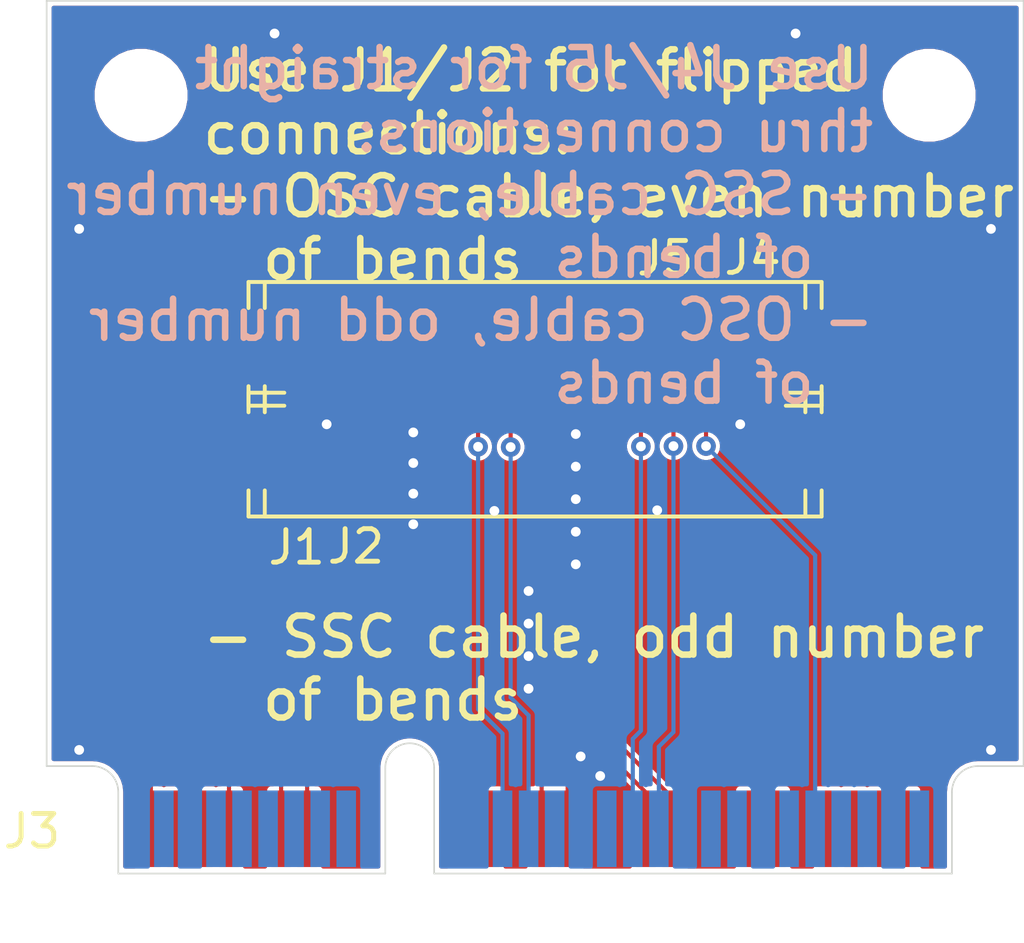
<source format=kicad_pcb>
(kicad_pcb (version 20171130) (host pcbnew 5.1.4)

  (general
    (thickness 1)
    (drawings 2)
    (tracks 96)
    (zones 0)
    (modules 5)
    (nets 40)
  )

  (page A4)
  (layers
    (0 F.Cu signal)
    (31 B.Cu signal)
    (32 B.Adhes user)
    (33 F.Adhes user)
    (34 B.Paste user)
    (35 F.Paste user)
    (36 B.SilkS user)
    (37 F.SilkS user)
    (38 B.Mask user)
    (39 F.Mask user)
    (40 Dwgs.User user)
    (41 Cmts.User user)
    (42 Eco1.User user)
    (43 Eco2.User user)
    (44 Edge.Cuts user)
    (45 Margin user)
    (46 B.CrtYd user)
    (47 F.CrtYd user)
    (48 B.Fab user)
    (49 F.Fab user)
  )

  (setup
    (last_trace_width 0.127)
    (user_trace_width 0.127)
    (user_trace_width 0.25)
    (user_trace_width 0.5)
    (trace_clearance 0.127)
    (zone_clearance 0.127)
    (zone_45_only no)
    (trace_min 0.127)
    (via_size 0.6)
    (via_drill 0.3)
    (via_min_size 0.6)
    (via_min_drill 0.3)
    (user_via 0.6 0.3)
    (uvia_size 0.6)
    (uvia_drill 0.3)
    (uvias_allowed no)
    (uvia_min_size 0.6)
    (uvia_min_drill 0.3)
    (edge_width 0.05)
    (segment_width 0.2)
    (pcb_text_width 0.3)
    (pcb_text_size 1.5 1.5)
    (mod_edge_width 0.12)
    (mod_text_size 1 1)
    (mod_text_width 0.15)
    (pad_size 1.524 1.524)
    (pad_drill 0.762)
    (pad_to_mask_clearance 0.051)
    (solder_mask_min_width 0.25)
    (aux_axis_origin 0 0)
    (visible_elements FFFFFF7F)
    (pcbplotparams
      (layerselection 0x010fc_ffffffff)
      (usegerberextensions false)
      (usegerberattributes false)
      (usegerberadvancedattributes false)
      (creategerberjobfile false)
      (excludeedgelayer true)
      (linewidth 0.100000)
      (plotframeref false)
      (viasonmask false)
      (mode 1)
      (useauxorigin false)
      (hpglpennumber 1)
      (hpglpenspeed 20)
      (hpglpendiameter 15.000000)
      (psnegative false)
      (psa4output false)
      (plotreference true)
      (plotvalue true)
      (plotinvisibletext false)
      (padsonsilk false)
      (subtractmaskfromsilk false)
      (outputformat 1)
      (mirror false)
      (drillshape 1)
      (scaleselection 1)
      (outputdirectory ""))
  )

  (net 0 "")
  (net 1 GND)
  (net 2 "Net-(J3-Pad2)")
  (net 3 "Net-(J3-Pad6)")
  (net 4 "Net-(J3-Pad8)")
  (net 5 "Net-(J3-Pad10)")
  (net 6 "Net-(J3-Pad12)")
  (net 7 "Net-(J3-Pad14)")
  (net 8 "Net-(J3-Pad16)")
  (net 9 "Net-(J3-Pad52)")
  (net 10 "Net-(J3-Pad48)")
  (net 11 "Net-(J3-Pad46)")
  (net 12 "Net-(J3-Pad42)")
  (net 13 "Net-(J3-Pad38)")
  (net 14 "Net-(J3-Pad36)")
  (net 15 "Net-(J3-Pad28)")
  (net 16 "Net-(J3-Pad24)")
  (net 17 "Net-(J3-Pad17)")
  (net 18 "Net-(J3-Pad3)")
  (net 19 "Net-(J3-Pad5)")
  (net 20 "Net-(J3-Pad51)")
  (net 21 "Net-(J3-Pad49)")
  (net 22 "Net-(J3-Pad47)")
  (net 23 "Net-(J3-Pad45)")
  (net 24 "Net-(J3-Pad41)")
  (net 25 "Net-(J3-Pad39)")
  (net 26 "Net-(J3-Pad19)")
  (net 27 /~LED_WLAN)
  (net 28 /SMB_DATA)
  (net 29 /SMB_CLK)
  (net 30 /~PERST)
  (net 31 /~W_DISABLE)
  (net 32 /~CLKREQ)
  (net 33 /REF_CLK-)
  (net 34 /REF_CLK+)
  (net 35 /PET0+)
  (net 36 /PET0-)
  (net 37 /PER0+)
  (net 38 /PER0-)
  (net 39 /~WAKE)

  (net_class Default "Dies ist die voreingestellte Netzklasse."
    (clearance 0.127)
    (trace_width 0.25)
    (via_dia 0.6)
    (via_drill 0.3)
    (uvia_dia 0.6)
    (uvia_drill 0.3)
    (diff_pair_width 0.127)
    (diff_pair_gap 0.33)
    (add_net /PER0+)
    (add_net /PER0-)
    (add_net /PET0+)
    (add_net /PET0-)
    (add_net /REF_CLK+)
    (add_net /REF_CLK-)
    (add_net /SMB_CLK)
    (add_net /SMB_DATA)
    (add_net /~CLKREQ)
    (add_net /~LED_WLAN)
    (add_net /~PERST)
    (add_net /~WAKE)
    (add_net /~W_DISABLE)
    (add_net GND)
    (add_net "Net-(J3-Pad10)")
    (add_net "Net-(J3-Pad12)")
    (add_net "Net-(J3-Pad14)")
    (add_net "Net-(J3-Pad16)")
    (add_net "Net-(J3-Pad17)")
    (add_net "Net-(J3-Pad19)")
    (add_net "Net-(J3-Pad2)")
    (add_net "Net-(J3-Pad24)")
    (add_net "Net-(J3-Pad28)")
    (add_net "Net-(J3-Pad3)")
    (add_net "Net-(J3-Pad36)")
    (add_net "Net-(J3-Pad38)")
    (add_net "Net-(J3-Pad39)")
    (add_net "Net-(J3-Pad41)")
    (add_net "Net-(J3-Pad42)")
    (add_net "Net-(J3-Pad45)")
    (add_net "Net-(J3-Pad46)")
    (add_net "Net-(J3-Pad47)")
    (add_net "Net-(J3-Pad48)")
    (add_net "Net-(J3-Pad49)")
    (add_net "Net-(J3-Pad5)")
    (add_net "Net-(J3-Pad51)")
    (add_net "Net-(J3-Pad52)")
    (add_net "Net-(J3-Pad6)")
    (add_net "Net-(J3-Pad8)")
  )

  (module molex-easy-on-545xxx:Molex-Easy-On-54548-2471-P0.5 (layer F.Cu) (tedit 5D94FBC2) (tstamp 5D952ACC)
    (at 35 32.23 180)
    (path /5D95E48E)
    (fp_text reference J5 (at -4 4.33) (layer F.SilkS)
      (effects (font (size 1 1) (thickness 0.15)))
    )
    (fp_text value Conn_01x24_MountingPin (at 0 4.6) (layer F.Fab)
      (effects (font (size 1 1) (thickness 0.15)))
    )
    (fp_line (start 8.8 -0.2) (end 8.2 -0.2) (layer F.SilkS) (width 0.12))
    (fp_line (start 8.8 0.4) (end 8.8 -0.2) (layer F.SilkS) (width 0.12))
    (fp_line (start -8.8 -0.2) (end -8.2 -0.2) (layer F.SilkS) (width 0.12))
    (fp_line (start -8.8 0.4) (end -8.8 -0.2) (layer F.SilkS) (width 0.12))
    (fp_line (start 8.8 3.6) (end 8.8 2.8) (layer F.SilkS) (width 0.12))
    (fp_line (start -8.8 3.6) (end 8.8 3.6) (layer F.SilkS) (width 0.12))
    (fp_line (start -8.8 2.8) (end -8.8 3.6) (layer F.SilkS) (width 0.12))
    (fp_line (start -8.8 3.6) (end -8.8 -0.2) (layer F.CrtYd) (width 0.05))
    (fp_line (start 8.8 3.6) (end -8.8 3.6) (layer F.CrtYd) (width 0.05))
    (fp_line (start 8.8 -0.2) (end 8.8 3.6) (layer F.CrtYd) (width 0.05))
    (fp_line (start -8.8 -0.2) (end 8.8 -0.2) (layer F.CrtYd) (width 0.05))
    (fp_line (start -8.6 0.2) (end -6.4 0.2) (layer F.Fab) (width 0.05))
    (fp_line (start -8.6 1) (end -8.6 0.2) (layer F.Fab) (width 0.05))
    (fp_line (start -8.2 1) (end -8.6 1) (layer F.Fab) (width 0.05))
    (fp_line (start -8.2 2.8) (end -8.2 1) (layer F.Fab) (width 0.05))
    (fp_line (start -8.6 2.8) (end -8.2 2.8) (layer F.Fab) (width 0.05))
    (fp_line (start -8.6 3.4) (end -8.6 2.8) (layer F.Fab) (width 0.05))
    (fp_line (start 8.6 3.4) (end -8.6 3.4) (layer F.Fab) (width 0.05))
    (fp_line (start 8.6 2.8) (end 8.6 3.4) (layer F.Fab) (width 0.05))
    (fp_line (start 8.2 2.8) (end 8.6 2.8) (layer F.Fab) (width 0.05))
    (fp_line (start 8.2 1) (end 8.2 2.8) (layer F.Fab) (width 0.05))
    (fp_line (start 8.6 1) (end 8.2 1) (layer F.Fab) (width 0.05))
    (fp_line (start 8.6 0.2) (end 8.6 1) (layer F.Fab) (width 0.05))
    (fp_line (start 6.4 0.2) (end 8.6 0.2) (layer F.Fab) (width 0.05))
    (fp_line (start 6.4 0.8) (end 6.4 0.2) (layer F.Fab) (width 0.05))
    (fp_line (start -6.4 0.8) (end 6.4 0.8) (layer F.Fab) (width 0.05))
    (fp_line (start -6.4 0.2) (end -6.4 0.8) (layer F.Fab) (width 0.05))
    (pad MP smd rect (at 8.025 1.9 180) (size 1.65 1.3) (layers F.Cu F.Paste F.Mask)
      (net 1 GND))
    (pad MP smd rect (at -8.025 1.9 180) (size 1.65 1.3) (layers F.Cu F.Paste F.Mask)
      (net 1 GND))
    (pad 24 smd rect (at 5.75 0 180) (size 0.3 1) (layers F.Cu F.Paste F.Mask)
      (net 1 GND))
    (pad 23 smd rect (at 5.25 0 180) (size 0.3 1) (layers F.Cu F.Paste F.Mask)
      (net 39 /~WAKE))
    (pad 22 smd rect (at 4.75 0 180) (size 0.3 1) (layers F.Cu F.Paste F.Mask)
      (net 1 GND))
    (pad 21 smd rect (at 4.25 0 180) (size 0.3 1) (layers F.Cu F.Paste F.Mask)
      (net 32 /~CLKREQ))
    (pad 20 smd rect (at 3.75 0 180) (size 0.3 1) (layers F.Cu F.Paste F.Mask)
      (net 1 GND))
    (pad 19 smd rect (at 3.25 0 180) (size 0.3 1) (layers F.Cu F.Paste F.Mask)
      (net 33 /REF_CLK-))
    (pad 18 smd rect (at 2.75 0 180) (size 0.3 1) (layers F.Cu F.Paste F.Mask)
      (net 34 /REF_CLK+))
    (pad 17 smd rect (at 2.25 0 180) (size 0.3 1) (layers F.Cu F.Paste F.Mask)
      (net 1 GND))
    (pad 16 smd rect (at 1.75 0 180) (size 0.3 1) (layers F.Cu F.Paste F.Mask)
      (net 31 /~W_DISABLE))
    (pad 15 smd rect (at 1.25 0 180) (size 0.3 1) (layers F.Cu F.Paste F.Mask)
      (net 1 GND))
    (pad 14 smd rect (at 0.75 0 180) (size 0.3 1) (layers F.Cu F.Paste F.Mask)
      (net 30 /~PERST))
    (pad 13 smd rect (at 0.25 0 180) (size 0.3 1) (layers F.Cu F.Paste F.Mask)
      (net 1 GND))
    (pad 12 smd rect (at -0.25 0 180) (size 0.3 1) (layers F.Cu F.Paste F.Mask)
      (net 38 /PER0-))
    (pad 11 smd rect (at -0.75 0 180) (size 0.3 1) (layers F.Cu F.Paste F.Mask)
      (net 37 /PER0+))
    (pad 10 smd rect (at -1.25 0 180) (size 0.3 1) (layers F.Cu F.Paste F.Mask)
      (net 1 GND))
    (pad 9 smd rect (at -1.75 0 180) (size 0.3 1) (layers F.Cu F.Paste F.Mask)
      (net 36 /PET0-))
    (pad 8 smd rect (at -2.25 0 180) (size 0.3 1) (layers F.Cu F.Paste F.Mask)
      (net 35 /PET0+))
    (pad 7 smd rect (at -2.75 0 180) (size 0.3 1) (layers F.Cu F.Paste F.Mask)
      (net 1 GND))
    (pad 6 smd rect (at -3.25 0 180) (size 0.3 1) (layers F.Cu F.Paste F.Mask)
      (net 29 /SMB_CLK))
    (pad 5 smd rect (at -3.75 0 180) (size 0.3 1) (layers F.Cu F.Paste F.Mask)
      (net 1 GND))
    (pad 4 smd rect (at -4.25 0 180) (size 0.3 1) (layers F.Cu F.Paste F.Mask)
      (net 28 /SMB_DATA))
    (pad 3 smd rect (at -4.75 0 180) (size 0.3 1) (layers F.Cu F.Paste F.Mask)
      (net 1 GND))
    (pad 2 smd rect (at -5.25 0 180) (size 0.3 1) (layers F.Cu F.Paste F.Mask)
      (net 27 /~LED_WLAN))
    (pad 1 smd rect (at -5.75 0 180) (size 0.3 1) (layers F.Cu F.Paste F.Mask)
      (net 1 GND))
  )

  (module molex-easy-on-545xxx:Molex-Easy-On-54548-2271-P0.5 (layer F.Cu) (tedit 5D952959) (tstamp 5D952A91)
    (at 35 32.23 180)
    (path /5D95E488)
    (fp_text reference J4 (at -6.68 4.35) (layer F.SilkS)
      (effects (font (size 1 1) (thickness 0.15)))
    )
    (fp_text value Conn_01x22_MountingPin (at 0 4.6) (layer F.Fab)
      (effects (font (size 1 1) (thickness 0.15)))
    )
    (fp_line (start -8.3 -0.2) (end -8.3 0.4) (layer F.SilkS) (width 0.12))
    (fp_line (start -7.7 -0.2) (end -8.3 -0.2) (layer F.SilkS) (width 0.12))
    (fp_line (start 8.3 -0.2) (end 7.7 -0.2) (layer F.SilkS) (width 0.12))
    (fp_line (start 8.3 0.4) (end 8.3 -0.2) (layer F.SilkS) (width 0.12))
    (fp_line (start 8.3 3.6) (end 8.3 2.8) (layer F.SilkS) (width 0.12))
    (fp_line (start -8.3 3.6) (end 8.3 3.6) (layer F.SilkS) (width 0.12))
    (fp_line (start -8.3 2.8) (end -8.3 3.6) (layer F.SilkS) (width 0.12))
    (fp_line (start -8.3 3.6) (end -8.3 -0.2) (layer F.CrtYd) (width 0.05))
    (fp_line (start 8.3 3.6) (end -8.3 3.6) (layer F.CrtYd) (width 0.05))
    (fp_line (start 8.3 -0.2) (end 8.3 3.6) (layer F.CrtYd) (width 0.05))
    (fp_line (start -8.3 -0.2) (end 8.3 -0.2) (layer F.CrtYd) (width 0.05))
    (fp_line (start -8.2 0.2) (end -6 0.2) (layer Dwgs.User) (width 0.05))
    (fp_line (start -8.2 1) (end -8.2 0.2) (layer Dwgs.User) (width 0.05))
    (fp_line (start -7.8 1) (end -8.2 1) (layer Dwgs.User) (width 0.05))
    (fp_line (start -7.8 2.8) (end -7.8 1) (layer Dwgs.User) (width 0.05))
    (fp_line (start -8.2 2.8) (end -7.8 2.8) (layer Dwgs.User) (width 0.05))
    (fp_line (start -8.2 3.4) (end -8.2 2.8) (layer Dwgs.User) (width 0.05))
    (fp_line (start 8 3.4) (end -8.2 3.4) (layer Dwgs.User) (width 0.05))
    (fp_line (start 8 2.8) (end 8 3.4) (layer Dwgs.User) (width 0.05))
    (fp_line (start 7.6 2.8) (end 8 2.8) (layer Dwgs.User) (width 0.05))
    (fp_line (start 7.6 1) (end 7.6 2.8) (layer Dwgs.User) (width 0.05))
    (fp_line (start 8 1) (end 7.6 1) (layer Dwgs.User) (width 0.05))
    (fp_line (start 8 0.2) (end 8 1) (layer Dwgs.User) (width 0.05))
    (fp_line (start 6 0.2) (end 8 0.2) (layer Dwgs.User) (width 0.05))
    (fp_line (start 6 0.8) (end 6 0.2) (layer Dwgs.User) (width 0.05))
    (fp_line (start -6 0.8) (end 6 0.8) (layer Dwgs.User) (width 0.05))
    (fp_line (start -6 0.2) (end -6 0.8) (layer Dwgs.User) (width 0.05))
    (pad MP smd rect (at 7.525 1.9 180) (size 1.65 1.3) (layers F.Cu F.Paste F.Mask)
      (net 1 GND))
    (pad MP smd rect (at -7.525 1.9 180) (size 1.65 1.3) (layers F.Cu F.Paste F.Mask)
      (net 1 GND))
    (pad 22 smd rect (at 5.25 0 180) (size 0.3 1) (layers F.Cu F.Paste F.Mask)
      (net 39 /~WAKE))
    (pad 21 smd rect (at 4.75 0 180) (size 0.3 1) (layers F.Cu F.Paste F.Mask)
      (net 1 GND))
    (pad 20 smd rect (at 4.25 0 180) (size 0.3 1) (layers F.Cu F.Paste F.Mask)
      (net 32 /~CLKREQ))
    (pad 19 smd rect (at 3.75 0 180) (size 0.3 1) (layers F.Cu F.Paste F.Mask)
      (net 1 GND))
    (pad 18 smd rect (at 3.25 0 180) (size 0.3 1) (layers F.Cu F.Paste F.Mask)
      (net 33 /REF_CLK-))
    (pad 17 smd rect (at 2.75 0 180) (size 0.3 1) (layers F.Cu F.Paste F.Mask)
      (net 34 /REF_CLK+))
    (pad 16 smd rect (at 2.25 0 180) (size 0.3 1) (layers F.Cu F.Paste F.Mask)
      (net 1 GND))
    (pad 15 smd rect (at 1.75 0 180) (size 0.3 1) (layers F.Cu F.Paste F.Mask)
      (net 31 /~W_DISABLE))
    (pad 14 smd rect (at 1.25 0 180) (size 0.3 1) (layers F.Cu F.Paste F.Mask)
      (net 1 GND))
    (pad 13 smd rect (at 0.75 0 180) (size 0.3 1) (layers F.Cu F.Paste F.Mask)
      (net 30 /~PERST))
    (pad 12 smd rect (at 0.25 0 180) (size 0.3 1) (layers F.Cu F.Paste F.Mask)
      (net 1 GND))
    (pad 11 smd rect (at -0.25 0 180) (size 0.3 1) (layers F.Cu F.Paste F.Mask)
      (net 38 /PER0-))
    (pad 10 smd rect (at -0.75 0 180) (size 0.3 1) (layers F.Cu F.Paste F.Mask)
      (net 37 /PER0+))
    (pad 9 smd rect (at -1.25 0 180) (size 0.3 1) (layers F.Cu F.Paste F.Mask)
      (net 1 GND))
    (pad 8 smd rect (at -1.75 0 180) (size 0.3 1) (layers F.Cu F.Paste F.Mask)
      (net 36 /PET0-))
    (pad 7 smd rect (at -2.25 0 180) (size 0.3 1) (layers F.Cu F.Paste F.Mask)
      (net 35 /PET0+))
    (pad 6 smd rect (at -2.75 0 180) (size 0.3 1) (layers F.Cu F.Paste F.Mask)
      (net 1 GND))
    (pad 5 smd rect (at -3.25 0 180) (size 0.3 1) (layers F.Cu F.Paste F.Mask)
      (net 29 /SMB_CLK))
    (pad 4 smd rect (at -3.75 0 180) (size 0.3 1) (layers F.Cu F.Paste F.Mask)
      (net 1 GND))
    (pad 3 smd rect (at -4.25 0 180) (size 0.3 1) (layers F.Cu F.Paste F.Mask)
      (net 28 /SMB_DATA))
    (pad 2 smd rect (at -4.75 0 180) (size 0.3 1) (layers F.Cu F.Paste F.Mask)
      (net 1 GND))
    (pad 1 smd rect (at -5.25 0 180) (size 0.3 1) (layers F.Cu F.Paste F.Mask)
      (net 27 /~LED_WLAN))
  )

  (module mpcie:mini-PCIe_H1_Half (layer F.Cu) (tedit 5A401278) (tstamp 5D916EF3)
    (at 31.151 46.796001)
    (path /5D90B965)
    (fp_text reference J3 (at -11.6 -1.3) (layer F.SilkS)
      (effects (font (size 1 1) (thickness 0.15)))
    )
    (fp_text value miniPCIe (at 3.9 1.3) (layer F.Fab)
      (effects (font (size 1 1) (thickness 0.15)))
    )
    (fp_line (start -5.35 -22.7) (end -7.05 -21) (layer F.CrtYd) (width 0.05))
    (fp_line (start 13.05 -22.7) (end 14.75 -21) (layer F.CrtYd) (width 0.05))
    (fp_line (start 0.75 -3.3) (end 0.75 -4.2) (layer F.CrtYd) (width 0.05))
    (fp_line (start 18.85 -21) (end 18.85 -26.8) (layer F.CrtYd) (width 0.05))
    (fp_line (start 13.05 -26.8) (end 18.85 -26.8) (layer F.CrtYd) (width 0.05))
    (fp_line (start 13.05 -22.7) (end 13.05 -26.8) (layer F.CrtYd) (width 0.05))
    (fp_line (start 14.75 -21) (end 18.85 -21) (layer F.CrtYd) (width 0.05))
    (fp_line (start -11.15 -21) (end -7.05 -21) (layer F.CrtYd) (width 0.05))
    (fp_line (start -11.15 -21) (end -11.15 -26.8) (layer F.CrtYd) (width 0.05))
    (fp_line (start -11.15 -26.8) (end -5.35 -26.8) (layer F.CrtYd) (width 0.05))
    (fp_line (start -5.35 -22.7) (end -5.35 -26.8) (layer F.CrtYd) (width 0.05))
    (fp_line (start 18.85 -21) (end 18.85 -26.8) (layer B.CrtYd) (width 0.05))
    (fp_line (start 13.05 -22.7) (end 13.05 -26.8) (layer B.CrtYd) (width 0.05))
    (fp_line (start 14.75 -21) (end 18.85 -21) (layer B.CrtYd) (width 0.05))
    (fp_line (start 13.05 -26.8) (end 18.85 -26.8) (layer B.CrtYd) (width 0.05))
    (fp_line (start -5.35 -22.7) (end -5.35 -26.8) (layer B.CrtYd) (width 0.05))
    (fp_line (start -11.15 -21) (end -11.15 -26.8) (layer B.CrtYd) (width 0.05))
    (fp_line (start -11.15 -21) (end -7.05 -21) (layer B.CrtYd) (width 0.05))
    (fp_line (start -0.75 0) (end -0.75 -3.25) (layer Edge.Cuts) (width 0.05))
    (fp_line (start 0.75 0) (end 16.65 0) (layer Edge.Cuts) (width 0.05))
    (fp_line (start -11.15 -3.3) (end -11.15 -26.8) (layer Edge.Cuts) (width 0.05))
    (fp_line (start 18.85 -3.3) (end 18.85 -26.8) (layer Edge.Cuts) (width 0.05))
    (fp_line (start -11.15 -26.8) (end 18.85 -26.8) (layer Edge.Cuts) (width 0.05))
    (fp_line (start -0.75 0) (end -8.95 0) (layer Edge.Cuts) (width 0.05))
    (fp_arc (start 17.45 -2.5) (end 16.65 -2.5) (angle 90) (layer Edge.Cuts) (width 0.05))
    (fp_line (start 17.45 -3.3) (end 18.85 -3.3) (layer Edge.Cuts) (width 0.05))
    (fp_line (start 16.65 0) (end 16.65 -2.5) (layer Edge.Cuts) (width 0.05))
    (fp_arc (start -9.75 -2.5) (end -8.95 -2.5) (angle -90) (layer Edge.Cuts) (width 0.05))
    (fp_line (start -11.15 -3.3) (end -9.75 -3.3) (layer Edge.Cuts) (width 0.05))
    (fp_line (start -8.95 0) (end -8.95 -2.5) (layer Edge.Cuts) (width 0.05))
    (fp_line (start 0.75 0) (end 0.75 -3.25) (layer Edge.Cuts) (width 0.05))
    (fp_arc (start 0 -3.25) (end 0.75 -3.25) (angle -180) (layer Edge.Cuts) (width 0.05))
    (fp_line (start -11.15 -26.8) (end -5.35 -26.8) (layer B.CrtYd) (width 0.05))
    (fp_line (start -11.15 -3.3) (end -0.75 -3.3) (layer F.CrtYd) (width 0.05))
    (fp_line (start 0.75 -3.3) (end 18.85 -3.3) (layer F.CrtYd) (width 0.05))
    (fp_line (start -0.75 -3.3) (end -0.75 -4.2) (layer F.CrtYd) (width 0.05))
    (fp_line (start -0.75 -4.2) (end 0.75 -4.2) (layer F.CrtYd) (width 0.05))
    (fp_line (start -11.15 -5.1) (end 18.85 -5.1) (layer B.CrtYd) (width 0.05))
    (fp_line (start 13.05 -22.7) (end 14.75 -21) (layer B.CrtYd) (width 0.05))
    (fp_line (start -5.35 -22.7) (end -7.05 -21) (layer B.CrtYd) (width 0.05))
    (pad 2 smd rect (at -7.55 -1.375) (size 0.6 2.35) (layers B.Cu B.Mask)
      (net 2 "Net-(J3-Pad2)"))
    (pad 4 smd rect (at -6.75 -1.375) (size 0.6 2.35) (layers B.Cu B.Mask)
      (net 1 GND))
    (pad 6 smd rect (at -5.95 -1.375) (size 0.6 2.35) (layers B.Cu B.Mask)
      (net 3 "Net-(J3-Pad6)"))
    (pad 8 smd rect (at -5.15 -1.375) (size 0.6 2.35) (layers B.Cu B.Mask)
      (net 4 "Net-(J3-Pad8)"))
    (pad 10 smd rect (at -4.35 -1.375) (size 0.6 2.35) (layers B.Cu B.Mask)
      (net 5 "Net-(J3-Pad10)"))
    (pad 12 smd rect (at -3.55 -1.375) (size 0.6 2.35) (layers B.Cu B.Mask)
      (net 6 "Net-(J3-Pad12)"))
    (pad 14 smd rect (at -2.75 -1.375) (size 0.6 2.35) (layers B.Cu B.Mask)
      (net 7 "Net-(J3-Pad14)"))
    (pad 16 smd rect (at -1.95 -1.375) (size 0.6 2.35) (layers B.Cu B.Mask)
      (net 8 "Net-(J3-Pad16)"))
    (pad 52 smd rect (at 15.65 -1.375) (size 0.6 2.35) (layers B.Cu B.Mask)
      (net 9 "Net-(J3-Pad52)"))
    (pad 50 smd rect (at 14.85 -1.375) (size 0.6 2.35) (layers B.Cu B.Mask)
      (net 1 GND))
    (pad 48 smd rect (at 14.05 -1.375) (size 0.6 2.35) (layers B.Cu B.Mask)
      (net 10 "Net-(J3-Pad48)"))
    (pad 46 smd rect (at 13.25 -1.375) (size 0.6 2.35) (layers B.Cu B.Mask)
      (net 11 "Net-(J3-Pad46)"))
    (pad 44 smd rect (at 12.45 -1.375) (size 0.6 2.35) (layers B.Cu B.Mask)
      (net 27 /~LED_WLAN))
    (pad 42 smd rect (at 11.65 -1.375) (size 0.6 2.35) (layers B.Cu B.Mask)
      (net 12 "Net-(J3-Pad42)"))
    (pad 40 smd rect (at 10.85 -1.375) (size 0.6 2.35) (layers B.Cu B.Mask)
      (net 1 GND))
    (pad 38 smd rect (at 10.05 -1.375) (size 0.6 2.35) (layers B.Cu B.Mask)
      (net 13 "Net-(J3-Pad38)"))
    (pad 36 smd rect (at 9.25 -1.375) (size 0.6 2.35) (layers B.Cu B.Mask)
      (net 14 "Net-(J3-Pad36)"))
    (pad 34 smd rect (at 8.45 -1.375) (size 0.6 2.35) (layers B.Cu B.Mask)
      (net 1 GND))
    (pad 32 smd rect (at 7.65 -1.375) (size 0.6 2.35) (layers B.Cu B.Mask)
      (net 28 /SMB_DATA))
    (pad 30 smd rect (at 6.85 -1.375) (size 0.6 2.35) (layers B.Cu B.Mask)
      (net 29 /SMB_CLK))
    (pad 28 smd rect (at 6.05 -1.375) (size 0.6 2.35) (layers B.Cu B.Mask)
      (net 15 "Net-(J3-Pad28)"))
    (pad 26 smd rect (at 5.25 -1.375) (size 0.6 2.35) (layers B.Cu B.Mask)
      (net 1 GND))
    (pad 24 smd rect (at 4.45 -1.375) (size 0.6 2.35) (layers B.Cu B.Mask)
      (net 16 "Net-(J3-Pad24)"))
    (pad 22 smd rect (at 3.65 -1.375) (size 0.6 2.35) (layers B.Cu B.Mask)
      (net 30 /~PERST))
    (pad 20 smd rect (at 2.85 -1.375) (size 0.6 2.35) (layers B.Cu B.Mask)
      (net 31 /~W_DISABLE))
    (pad 18 smd rect (at 2.05 -1.375) (size 0.6 2.35) (layers B.Cu B.Mask)
      (net 1 GND))
    (pad 17 smd rect (at 1.65 -1.375) (size 0.6 2.35) (layers F.Cu F.Mask)
      (net 17 "Net-(J3-Pad17)"))
    (pad 1 smd rect (at -7.95 -1.375) (size 0.6 2.35) (layers F.Cu F.Mask)
      (net 39 /~WAKE))
    (pad 3 smd rect (at -7.15 -1.375) (size 0.6 2.35) (layers F.Cu F.Mask)
      (net 18 "Net-(J3-Pad3)"))
    (pad 5 smd rect (at -6.35 -1.375) (size 0.6 2.35) (layers F.Cu F.Mask)
      (net 19 "Net-(J3-Pad5)"))
    (pad 7 smd rect (at -5.55 -1.375) (size 0.6 2.35) (layers F.Cu F.Mask)
      (net 32 /~CLKREQ))
    (pad 9 smd rect (at -4.75 -1.375) (size 0.6 2.35) (layers F.Cu F.Mask)
      (net 1 GND))
    (pad 11 smd rect (at -3.95 -1.375) (size 0.6 2.35) (layers F.Cu F.Mask)
      (net 33 /REF_CLK-))
    (pad 13 smd rect (at -3.15 -1.375) (size 0.6 2.35) (layers F.Cu F.Mask)
      (net 34 /REF_CLK+))
    (pad 51 smd rect (at 15.25 -1.375) (size 0.6 2.35) (layers F.Cu F.Mask)
      (net 20 "Net-(J3-Pad51)"))
    (pad 49 smd rect (at 14.45 -1.375) (size 0.6 2.35) (layers F.Cu F.Mask)
      (net 21 "Net-(J3-Pad49)"))
    (pad 47 smd rect (at 13.65 -1.375) (size 0.6 2.35) (layers F.Cu F.Mask)
      (net 22 "Net-(J3-Pad47)"))
    (pad 45 smd rect (at 12.85 -1.375) (size 0.6 2.35) (layers F.Cu F.Mask)
      (net 23 "Net-(J3-Pad45)"))
    (pad 43 smd rect (at 12.05 -1.375) (size 0.6 2.35) (layers F.Cu F.Mask)
      (net 1 GND))
    (pad 41 smd rect (at 11.25 -1.375) (size 0.6 2.35) (layers F.Cu F.Mask)
      (net 24 "Net-(J3-Pad41)"))
    (pad 39 smd rect (at 10.45 -1.375) (size 0.6 2.35) (layers F.Cu F.Mask)
      (net 25 "Net-(J3-Pad39)"))
    (pad 37 smd rect (at 9.65 -1.375) (size 0.6 2.35) (layers F.Cu F.Mask)
      (net 1 GND))
    (pad 35 smd rect (at 8.85 -1.375) (size 0.6 2.35) (layers F.Cu F.Mask)
      (net 1 GND))
    (pad 33 smd rect (at 8.05 -1.375) (size 0.6 2.35) (layers F.Cu F.Mask)
      (net 35 /PET0+))
    (pad 31 smd rect (at 7.25 -1.375) (size 0.6 2.35) (layers F.Cu F.Mask)
      (net 36 /PET0-))
    (pad 29 smd rect (at 6.45 -1.375) (size 0.6 2.35) (layers F.Cu F.Mask)
      (net 1 GND))
    (pad 27 smd rect (at 5.65 -1.375) (size 0.6 2.35) (layers F.Cu F.Mask)
      (net 1 GND))
    (pad 25 smd rect (at 4.85 -1.375) (size 0.6 2.35) (layers F.Cu F.Mask)
      (net 37 /PER0+))
    (pad 23 smd rect (at 4.05 -1.375) (size 0.6 2.35) (layers F.Cu F.Mask)
      (net 38 /PER0-))
    (pad 21 smd rect (at 3.25 -1.375) (size 0.6 2.35) (layers F.Cu F.Mask)
      (net 1 GND))
    (pad 19 smd rect (at 2.45 -1.375) (size 0.6 2.35) (layers F.Cu F.Mask)
      (net 26 "Net-(J3-Pad19)"))
    (pad 15 smd rect (at -2.35 -1.375) (size 0.6 2.35) (layers F.Cu F.Mask)
      (net 1 GND))
    (pad "" np_thru_hole circle (at 15.95 -23.9) (size 2.6 2.6) (drill 2.6) (layers *.Cu))
    (pad "" np_thru_hole circle (at -8.25 -23.9) (size 2.6 2.6) (drill 2.6) (layers *.Cu))
  )

  (module molex-easy-on-545xxx:Molex-Easy-On-54548-2471-P0.5 (layer F.Cu) (tedit 5D94FBC2) (tstamp 5D916E91)
    (at 35 32.231)
    (path /5D912329)
    (fp_text reference J2 (at -5.5 4.519) (layer F.SilkS)
      (effects (font (size 1 1) (thickness 0.15)))
    )
    (fp_text value Conn_01x24_MountingPin (at 0 4.6) (layer F.Fab)
      (effects (font (size 1 1) (thickness 0.15)))
    )
    (fp_line (start 8.8 -0.2) (end 8.2 -0.2) (layer F.SilkS) (width 0.12))
    (fp_line (start 8.8 0.4) (end 8.8 -0.2) (layer F.SilkS) (width 0.12))
    (fp_line (start -8.8 -0.2) (end -8.2 -0.2) (layer F.SilkS) (width 0.12))
    (fp_line (start -8.8 0.4) (end -8.8 -0.2) (layer F.SilkS) (width 0.12))
    (fp_line (start 8.8 3.6) (end 8.8 2.8) (layer F.SilkS) (width 0.12))
    (fp_line (start -8.8 3.6) (end 8.8 3.6) (layer F.SilkS) (width 0.12))
    (fp_line (start -8.8 2.8) (end -8.8 3.6) (layer F.SilkS) (width 0.12))
    (fp_line (start -8.8 3.6) (end -8.8 -0.2) (layer F.CrtYd) (width 0.05))
    (fp_line (start 8.8 3.6) (end -8.8 3.6) (layer F.CrtYd) (width 0.05))
    (fp_line (start 8.8 -0.2) (end 8.8 3.6) (layer F.CrtYd) (width 0.05))
    (fp_line (start -8.8 -0.2) (end 8.8 -0.2) (layer F.CrtYd) (width 0.05))
    (fp_line (start -8.6 0.2) (end -6.4 0.2) (layer F.Fab) (width 0.05))
    (fp_line (start -8.6 1) (end -8.6 0.2) (layer F.Fab) (width 0.05))
    (fp_line (start -8.2 1) (end -8.6 1) (layer F.Fab) (width 0.05))
    (fp_line (start -8.2 2.8) (end -8.2 1) (layer F.Fab) (width 0.05))
    (fp_line (start -8.6 2.8) (end -8.2 2.8) (layer F.Fab) (width 0.05))
    (fp_line (start -8.6 3.4) (end -8.6 2.8) (layer F.Fab) (width 0.05))
    (fp_line (start 8.6 3.4) (end -8.6 3.4) (layer F.Fab) (width 0.05))
    (fp_line (start 8.6 2.8) (end 8.6 3.4) (layer F.Fab) (width 0.05))
    (fp_line (start 8.2 2.8) (end 8.6 2.8) (layer F.Fab) (width 0.05))
    (fp_line (start 8.2 1) (end 8.2 2.8) (layer F.Fab) (width 0.05))
    (fp_line (start 8.6 1) (end 8.2 1) (layer F.Fab) (width 0.05))
    (fp_line (start 8.6 0.2) (end 8.6 1) (layer F.Fab) (width 0.05))
    (fp_line (start 6.4 0.2) (end 8.6 0.2) (layer F.Fab) (width 0.05))
    (fp_line (start 6.4 0.8) (end 6.4 0.2) (layer F.Fab) (width 0.05))
    (fp_line (start -6.4 0.8) (end 6.4 0.8) (layer F.Fab) (width 0.05))
    (fp_line (start -6.4 0.2) (end -6.4 0.8) (layer F.Fab) (width 0.05))
    (pad MP smd rect (at 8.025 1.9) (size 1.65 1.3) (layers F.Cu F.Paste F.Mask)
      (net 1 GND))
    (pad MP smd rect (at -8.025 1.9) (size 1.65 1.3) (layers F.Cu F.Paste F.Mask)
      (net 1 GND))
    (pad 24 smd rect (at 5.75 0) (size 0.3 1) (layers F.Cu F.Paste F.Mask)
      (net 1 GND))
    (pad 23 smd rect (at 5.25 0) (size 0.3 1) (layers F.Cu F.Paste F.Mask)
      (net 27 /~LED_WLAN))
    (pad 22 smd rect (at 4.75 0) (size 0.3 1) (layers F.Cu F.Paste F.Mask)
      (net 1 GND))
    (pad 21 smd rect (at 4.25 0) (size 0.3 1) (layers F.Cu F.Paste F.Mask)
      (net 28 /SMB_DATA))
    (pad 20 smd rect (at 3.75 0) (size 0.3 1) (layers F.Cu F.Paste F.Mask)
      (net 1 GND))
    (pad 19 smd rect (at 3.25 0) (size 0.3 1) (layers F.Cu F.Paste F.Mask)
      (net 29 /SMB_CLK))
    (pad 18 smd rect (at 2.75 0) (size 0.3 1) (layers F.Cu F.Paste F.Mask)
      (net 1 GND))
    (pad 17 smd rect (at 2.25 0) (size 0.3 1) (layers F.Cu F.Paste F.Mask)
      (net 35 /PET0+))
    (pad 16 smd rect (at 1.75 0) (size 0.3 1) (layers F.Cu F.Paste F.Mask)
      (net 36 /PET0-))
    (pad 15 smd rect (at 1.25 0) (size 0.3 1) (layers F.Cu F.Paste F.Mask)
      (net 1 GND))
    (pad 14 smd rect (at 0.75 0) (size 0.3 1) (layers F.Cu F.Paste F.Mask)
      (net 37 /PER0+))
    (pad 13 smd rect (at 0.25 0) (size 0.3 1) (layers F.Cu F.Paste F.Mask)
      (net 38 /PER0-))
    (pad 12 smd rect (at -0.25 0) (size 0.3 1) (layers F.Cu F.Paste F.Mask)
      (net 1 GND))
    (pad 11 smd rect (at -0.75 0) (size 0.3 1) (layers F.Cu F.Paste F.Mask)
      (net 30 /~PERST))
    (pad 10 smd rect (at -1.25 0) (size 0.3 1) (layers F.Cu F.Paste F.Mask)
      (net 1 GND))
    (pad 9 smd rect (at -1.75 0) (size 0.3 1) (layers F.Cu F.Paste F.Mask)
      (net 31 /~W_DISABLE))
    (pad 8 smd rect (at -2.25 0) (size 0.3 1) (layers F.Cu F.Paste F.Mask)
      (net 1 GND))
    (pad 7 smd rect (at -2.75 0) (size 0.3 1) (layers F.Cu F.Paste F.Mask)
      (net 34 /REF_CLK+))
    (pad 6 smd rect (at -3.25 0) (size 0.3 1) (layers F.Cu F.Paste F.Mask)
      (net 33 /REF_CLK-))
    (pad 5 smd rect (at -3.75 0) (size 0.3 1) (layers F.Cu F.Paste F.Mask)
      (net 1 GND))
    (pad 4 smd rect (at -4.25 0) (size 0.3 1) (layers F.Cu F.Paste F.Mask)
      (net 32 /~CLKREQ))
    (pad 3 smd rect (at -4.75 0) (size 0.3 1) (layers F.Cu F.Paste F.Mask)
      (net 1 GND))
    (pad 2 smd rect (at -5.25 0) (size 0.3 1) (layers F.Cu F.Paste F.Mask)
      (net 39 /~WAKE))
    (pad 1 smd rect (at -5.75 0) (size 0.3 1) (layers F.Cu F.Paste F.Mask)
      (net 1 GND))
  )

  (module molex-easy-on-545xxx:Molex-Easy-On-54548-2271-P0.5 (layer F.Cu) (tedit 5D952959) (tstamp 5D916E56)
    (at 35 32.231)
    (path /5D90FADC)
    (fp_text reference J1 (at -7.32 4.549) (layer F.SilkS)
      (effects (font (size 1 1) (thickness 0.15)))
    )
    (fp_text value Conn_01x22_MountingPin (at 0 4.6) (layer F.Fab)
      (effects (font (size 1 1) (thickness 0.15)))
    )
    (fp_line (start -8.3 -0.2) (end -8.3 0.4) (layer F.SilkS) (width 0.12))
    (fp_line (start -7.7 -0.2) (end -8.3 -0.2) (layer F.SilkS) (width 0.12))
    (fp_line (start 8.3 -0.2) (end 7.7 -0.2) (layer F.SilkS) (width 0.12))
    (fp_line (start 8.3 0.4) (end 8.3 -0.2) (layer F.SilkS) (width 0.12))
    (fp_line (start 8.3 3.6) (end 8.3 2.8) (layer F.SilkS) (width 0.12))
    (fp_line (start -8.3 3.6) (end 8.3 3.6) (layer F.SilkS) (width 0.12))
    (fp_line (start -8.3 2.8) (end -8.3 3.6) (layer F.SilkS) (width 0.12))
    (fp_line (start -8.3 3.6) (end -8.3 -0.2) (layer F.CrtYd) (width 0.05))
    (fp_line (start 8.3 3.6) (end -8.3 3.6) (layer F.CrtYd) (width 0.05))
    (fp_line (start 8.3 -0.2) (end 8.3 3.6) (layer F.CrtYd) (width 0.05))
    (fp_line (start -8.3 -0.2) (end 8.3 -0.2) (layer F.CrtYd) (width 0.05))
    (fp_line (start -8.2 0.2) (end -6 0.2) (layer Dwgs.User) (width 0.05))
    (fp_line (start -8.2 1) (end -8.2 0.2) (layer Dwgs.User) (width 0.05))
    (fp_line (start -7.8 1) (end -8.2 1) (layer Dwgs.User) (width 0.05))
    (fp_line (start -7.8 2.8) (end -7.8 1) (layer Dwgs.User) (width 0.05))
    (fp_line (start -8.2 2.8) (end -7.8 2.8) (layer Dwgs.User) (width 0.05))
    (fp_line (start -8.2 3.4) (end -8.2 2.8) (layer Dwgs.User) (width 0.05))
    (fp_line (start 8 3.4) (end -8.2 3.4) (layer Dwgs.User) (width 0.05))
    (fp_line (start 8 2.8) (end 8 3.4) (layer Dwgs.User) (width 0.05))
    (fp_line (start 7.6 2.8) (end 8 2.8) (layer Dwgs.User) (width 0.05))
    (fp_line (start 7.6 1) (end 7.6 2.8) (layer Dwgs.User) (width 0.05))
    (fp_line (start 8 1) (end 7.6 1) (layer Dwgs.User) (width 0.05))
    (fp_line (start 8 0.2) (end 8 1) (layer Dwgs.User) (width 0.05))
    (fp_line (start 6 0.2) (end 8 0.2) (layer Dwgs.User) (width 0.05))
    (fp_line (start 6 0.8) (end 6 0.2) (layer Dwgs.User) (width 0.05))
    (fp_line (start -6 0.8) (end 6 0.8) (layer Dwgs.User) (width 0.05))
    (fp_line (start -6 0.2) (end -6 0.8) (layer Dwgs.User) (width 0.05))
    (pad MP smd rect (at 7.525 1.9) (size 1.65 1.3) (layers F.Cu F.Paste F.Mask)
      (net 1 GND))
    (pad MP smd rect (at -7.525 1.9) (size 1.65 1.3) (layers F.Cu F.Paste F.Mask)
      (net 1 GND))
    (pad 22 smd rect (at 5.25 0) (size 0.3 1) (layers F.Cu F.Paste F.Mask)
      (net 27 /~LED_WLAN))
    (pad 21 smd rect (at 4.75 0) (size 0.3 1) (layers F.Cu F.Paste F.Mask)
      (net 1 GND))
    (pad 20 smd rect (at 4.25 0) (size 0.3 1) (layers F.Cu F.Paste F.Mask)
      (net 28 /SMB_DATA))
    (pad 19 smd rect (at 3.75 0) (size 0.3 1) (layers F.Cu F.Paste F.Mask)
      (net 1 GND))
    (pad 18 smd rect (at 3.25 0) (size 0.3 1) (layers F.Cu F.Paste F.Mask)
      (net 29 /SMB_CLK))
    (pad 17 smd rect (at 2.75 0) (size 0.3 1) (layers F.Cu F.Paste F.Mask)
      (net 1 GND))
    (pad 16 smd rect (at 2.25 0) (size 0.3 1) (layers F.Cu F.Paste F.Mask)
      (net 35 /PET0+))
    (pad 15 smd rect (at 1.75 0) (size 0.3 1) (layers F.Cu F.Paste F.Mask)
      (net 36 /PET0-))
    (pad 14 smd rect (at 1.25 0) (size 0.3 1) (layers F.Cu F.Paste F.Mask)
      (net 1 GND))
    (pad 13 smd rect (at 0.75 0) (size 0.3 1) (layers F.Cu F.Paste F.Mask)
      (net 37 /PER0+))
    (pad 12 smd rect (at 0.25 0) (size 0.3 1) (layers F.Cu F.Paste F.Mask)
      (net 38 /PER0-))
    (pad 11 smd rect (at -0.25 0) (size 0.3 1) (layers F.Cu F.Paste F.Mask)
      (net 1 GND))
    (pad 10 smd rect (at -0.75 0) (size 0.3 1) (layers F.Cu F.Paste F.Mask)
      (net 30 /~PERST))
    (pad 9 smd rect (at -1.25 0) (size 0.3 1) (layers F.Cu F.Paste F.Mask)
      (net 1 GND))
    (pad 8 smd rect (at -1.75 0) (size 0.3 1) (layers F.Cu F.Paste F.Mask)
      (net 31 /~W_DISABLE))
    (pad 7 smd rect (at -2.25 0) (size 0.3 1) (layers F.Cu F.Paste F.Mask)
      (net 1 GND))
    (pad 6 smd rect (at -2.75 0) (size 0.3 1) (layers F.Cu F.Paste F.Mask)
      (net 34 /REF_CLK+))
    (pad 5 smd rect (at -3.25 0) (size 0.3 1) (layers F.Cu F.Paste F.Mask)
      (net 33 /REF_CLK-))
    (pad 4 smd rect (at -3.75 0) (size 0.3 1) (layers F.Cu F.Paste F.Mask)
      (net 1 GND))
    (pad 3 smd rect (at -4.25 0) (size 0.3 1) (layers F.Cu F.Paste F.Mask)
      (net 32 /~CLKREQ))
    (pad 2 smd rect (at -4.75 0) (size 0.3 1) (layers F.Cu F.Paste F.Mask)
      (net 1 GND))
    (pad 1 smd rect (at -5.25 0) (size 0.3 1) (layers F.Cu F.Paste F.Mask)
      (net 39 /~WAKE))
  )

  (gr_text "Use J1/J2 for flipped\nconnections:\n- OSC cable, even number\n  of bends\n\n\n\n\n\n- SSC cable, odd number\n  of bends" (at 24.7 31.8) (layer F.SilkS) (tstamp 5D954394)
    (effects (font (size 1.2 1.2) (thickness 0.2)) (justify left))
  )
  (gr_text "Use J4/J5 for straight\nthru connections:\n- SSC cable, even number\n  of bends\n- OSC cable, odd number\n  of bends" (at 45.5 26.9) (layer B.SilkS)
    (effects (font (size 1.2 1.2) (thickness 0.2)) (justify left mirror))
  )

  (via (at 49 43) (size 0.6) (drill 0.3) (layers F.Cu B.Cu) (net 1))
  (via (at 21 43) (size 0.6) (drill 0.3) (layers F.Cu B.Cu) (net 1))
  (via (at 21 27) (size 0.6) (drill 0.3) (layers F.Cu B.Cu) (net 1))
  (via (at 27 21) (size 0.6) (drill 0.3) (layers F.Cu B.Cu) (net 1))
  (via (at 43 21) (size 0.6) (drill 0.3) (layers F.Cu B.Cu) (net 1))
  (via (at 49 27) (size 0.6) (drill 0.3) (layers F.Cu B.Cu) (net 1))
  (via (at 33.75 35.66) (size 0.6) (drill 0.3) (layers F.Cu B.Cu) (net 1))
  (via (at 38.75 35.64) (size 0.6) (drill 0.3) (layers F.Cu B.Cu) (net 1))
  (via (at 28.6 33) (size 0.6) (drill 0.3) (layers F.Cu B.Cu) (net 1))
  (via (at 41.3 33) (size 0.6) (drill 0.3) (layers F.Cu B.Cu) (net 1))
  (via (at 36.25 33.3) (size 0.6) (drill 0.3) (layers F.Cu B.Cu) (net 1))
  (via (at 36.25 34.3) (size 0.6) (drill 0.3) (layers F.Cu B.Cu) (net 1) (tstamp 5D953A4D))
  (via (at 36.25 35.3) (size 0.6) (drill 0.3) (layers F.Cu B.Cu) (net 1) (tstamp 5D953A4F))
  (via (at 36.25 36.3) (size 0.6) (drill 0.3) (layers F.Cu B.Cu) (net 1) (tstamp 5D953A51))
  (via (at 36.25 37.3) (size 0.6) (drill 0.3) (layers F.Cu B.Cu) (net 1) (tstamp 5D953A53))
  (via (at 34.8 41.12) (size 0.6) (drill 0.3) (layers F.Cu B.Cu) (net 1))
  (via (at 34.8 40.12) (size 0.6) (drill 0.3) (layers F.Cu B.Cu) (net 1) (tstamp 5D953AB8))
  (via (at 34.8 39.12) (size 0.6) (drill 0.3) (layers F.Cu B.Cu) (net 1) (tstamp 5D953ABA))
  (via (at 34.8 38.12) (size 0.6) (drill 0.3) (layers F.Cu B.Cu) (net 1) (tstamp 5D953ABC))
  (via (at 31.26 33.25) (size 0.6) (drill 0.3) (layers F.Cu B.Cu) (net 1))
  (via (at 31.26 34.19) (size 0.6) (drill 0.3) (layers F.Cu B.Cu) (net 1) (tstamp 5D953FBC))
  (via (at 31.26 35.13) (size 0.6) (drill 0.3) (layers F.Cu B.Cu) (net 1) (tstamp 5D953FBE))
  (via (at 31.26 36.07) (size 0.6) (drill 0.3) (layers F.Cu B.Cu) (net 1) (tstamp 5D953FC0))
  (via (at 36.4 43.2) (size 0.6) (drill 0.3) (layers F.Cu B.Cu) (net 1))
  (via (at 37 43.8) (size 0.6) (drill 0.3) (layers F.Cu B.Cu) (net 1))
  (via (at 40.25 33.67) (size 0.6) (drill 0.3) (layers F.Cu B.Cu) (net 27))
  (segment (start 43.601 45.421001) (end 43.601 37.021) (width 0.127) (layer B.Cu) (net 27))
  (segment (start 43.601 37.021) (end 40.25 33.67) (width 0.127) (layer B.Cu) (net 27))
  (segment (start 40.25 33.67) (end 40.25 32.23) (width 0.127) (layer F.Cu) (net 27))
  (segment (start 38.801 45.421001) (end 38.801 42.899) (width 0.127) (layer B.Cu) (net 28))
  (via (at 39.25 33.67) (size 0.6) (drill 0.3) (layers F.Cu B.Cu) (net 28))
  (segment (start 38.801 42.899) (end 39.25 42.45) (width 0.127) (layer B.Cu) (net 28))
  (segment (start 39.25 42.45) (end 39.25 33.67) (width 0.127) (layer B.Cu) (net 28))
  (segment (start 39.25 33.67) (end 39.25 32.231) (width 0.127) (layer F.Cu) (net 28))
  (segment (start 38.001 45.421001) (end 38.001 42.659) (width 0.127) (layer B.Cu) (net 29))
  (via (at 38.25 33.68) (size 0.6) (drill 0.3) (layers F.Cu B.Cu) (net 29))
  (segment (start 38.001 42.659) (end 38.25 42.41) (width 0.127) (layer B.Cu) (net 29))
  (segment (start 38.25 42.41) (end 38.25 33.68) (width 0.127) (layer B.Cu) (net 29))
  (segment (start 38.25 33.68) (end 38.25 32.231) (width 0.127) (layer F.Cu) (net 29))
  (via (at 34.25 33.7) (size 0.6) (drill 0.3) (layers F.Cu B.Cu) (net 30))
  (segment (start 34.25 33.7) (end 34.25 32.231) (width 0.127) (layer F.Cu) (net 30))
  (segment (start 34.801 41.941) (end 34.801 45.421001) (width 0.127) (layer B.Cu) (net 30))
  (segment (start 34.25 33.7) (end 34.25 41.39) (width 0.127) (layer B.Cu) (net 30))
  (segment (start 34.25 41.39) (end 34.801 41.941) (width 0.127) (layer B.Cu) (net 30))
  (segment (start 34.001 45.421001) (end 34.001 42.501) (width 0.127) (layer B.Cu) (net 31))
  (segment (start 34.001 42.501) (end 33.25 41.75) (width 0.127) (layer B.Cu) (net 31))
  (via (at 33.25 33.69) (size 0.6) (drill 0.3) (layers F.Cu B.Cu) (net 31))
  (segment (start 33.25 41.75) (end 33.25 33.69) (width 0.127) (layer B.Cu) (net 31))
  (segment (start 33.25 33.265736) (end 33.25 32.231) (width 0.127) (layer F.Cu) (net 31))
  (segment (start 33.25 33.69) (end 33.25 33.265736) (width 0.127) (layer F.Cu) (net 31))
  (segment (start 25.601 45.421001) (end 25.601 39.599) (width 0.127) (layer F.Cu) (net 32))
  (segment (start 30.75 34.45) (end 30.75 32.231) (width 0.127) (layer F.Cu) (net 32))
  (segment (start 25.601 39.599) (end 30.75 34.45) (width 0.127) (layer F.Cu) (net 32))
  (segment (start 27.3725 43.487) (end 27.3725 40.734352) (width 0.127) (layer F.Cu) (net 33))
  (segment (start 27.201 45.421001) (end 27.201 43.6585) (width 0.127) (layer F.Cu) (net 33))
  (segment (start 27.201 43.6585) (end 27.3725 43.487) (width 0.127) (layer F.Cu) (net 33))
  (segment (start 31.75 32.981001) (end 31.75 32.231) (width 0.127) (layer F.Cu) (net 33))
  (segment (start 31.7715 33.002501) (end 31.75 32.981001) (width 0.127) (layer F.Cu) (net 33))
  (segment (start 31.7715 36.335352) (end 31.7715 33.002501) (width 0.127) (layer F.Cu) (net 33))
  (segment (start 27.3725 40.734352) (end 31.7715 36.335352) (width 0.127) (layer F.Cu) (net 33))
  (segment (start 28.001 45.421001) (end 28.001 43.6585) (width 0.127) (layer F.Cu) (net 34))
  (segment (start 27.8295 43.487) (end 27.8295 40.923648) (width 0.127) (layer F.Cu) (net 34))
  (segment (start 28.001 43.6585) (end 27.8295 43.487) (width 0.127) (layer F.Cu) (net 34))
  (segment (start 32.2285 36.524648) (end 32.2285 33.002501) (width 0.127) (layer F.Cu) (net 34))
  (segment (start 27.8295 40.923648) (end 32.2285 36.524648) (width 0.127) (layer F.Cu) (net 34))
  (segment (start 32.2285 33.002501) (end 32.25 32.981001) (width 0.127) (layer F.Cu) (net 34))
  (segment (start 32.25 32.981001) (end 32.25 32.231) (width 0.127) (layer F.Cu) (net 34))
  (segment (start 39.201 45.421001) (end 39.0295 45.249501) (width 0.127) (layer F.Cu) (net 35))
  (segment (start 39.0295 45.249501) (end 39.0295 44.286352) (width 0.127) (layer F.Cu) (net 35))
  (segment (start 37.2285 42.485352) (end 37.2285 33.002501) (width 0.127) (layer F.Cu) (net 35))
  (segment (start 39.0295 44.286352) (end 37.2285 42.485352) (width 0.127) (layer F.Cu) (net 35))
  (segment (start 37.2285 33.002501) (end 37.25 32.981001) (width 0.127) (layer F.Cu) (net 35))
  (segment (start 37.25 32.981001) (end 37.25 32.231) (width 0.127) (layer F.Cu) (net 35))
  (segment (start 38.5725 45.249501) (end 38.5725 44.475648) (width 0.127) (layer F.Cu) (net 36))
  (segment (start 38.401 45.421001) (end 38.5725 45.249501) (width 0.127) (layer F.Cu) (net 36))
  (segment (start 36.75 32.981001) (end 36.75 32.231) (width 0.127) (layer F.Cu) (net 36))
  (segment (start 36.7715 33.002501) (end 36.75 32.981001) (width 0.127) (layer F.Cu) (net 36))
  (segment (start 36.7715 42.674648) (end 36.7715 33.002501) (width 0.127) (layer F.Cu) (net 36))
  (segment (start 38.5725 44.475648) (end 36.7715 42.674648) (width 0.127) (layer F.Cu) (net 36))
  (segment (start 35.75 32.231) (end 35.75 32.981001) (width 0.127) (layer F.Cu) (net 37))
  (segment (start 35.75 32.981001) (end 35.7285 33.002501) (width 0.127) (layer F.Cu) (net 37))
  (segment (start 36.001 45.421001) (end 36.001 43.6585) (width 0.127) (layer F.Cu) (net 37))
  (segment (start 35.8295 43.487) (end 35.8295 37.686352) (width 0.127) (layer F.Cu) (net 37))
  (segment (start 36.001 43.6585) (end 35.8295 43.487) (width 0.127) (layer F.Cu) (net 37))
  (segment (start 35.8295 37.686352) (end 35.7285 37.585352) (width 0.127) (layer F.Cu) (net 37))
  (segment (start 35.7285 37.585352) (end 35.7285 33.002501) (width 0.127) (layer F.Cu) (net 37))
  (segment (start 35.25 32.231) (end 35.25 32.981001) (width 0.127) (layer F.Cu) (net 38))
  (segment (start 35.25 32.981001) (end 35.2715 33.002501) (width 0.127) (layer F.Cu) (net 38))
  (segment (start 35.201 43.6585) (end 35.3725 43.487) (width 0.127) (layer F.Cu) (net 38))
  (segment (start 35.3725 43.487) (end 35.3725 37.875648) (width 0.127) (layer F.Cu) (net 38))
  (segment (start 35.201 45.421001) (end 35.201 43.6585) (width 0.127) (layer F.Cu) (net 38))
  (segment (start 35.2715 37.774648) (end 35.2715 33.002501) (width 0.127) (layer F.Cu) (net 38))
  (segment (start 35.3725 37.875648) (end 35.2715 37.774648) (width 0.127) (layer F.Cu) (net 38))
  (segment (start 29.75 32.231) (end 29.75 34.14) (width 0.127) (layer F.Cu) (net 39))
  (segment (start 23.201 40.689) (end 23.201 45.421001) (width 0.127) (layer F.Cu) (net 39))
  (segment (start 29.75 34.14) (end 23.201 40.689) (width 0.127) (layer F.Cu) (net 39))

  (zone (net 1) (net_name GND) (layer B.Cu) (tstamp 0) (hatch edge 0.508)
    (connect_pads yes (clearance 0.127))
    (min_thickness 0.127)
    (fill yes (arc_segments 32) (thermal_gap 0.508) (thermal_bridge_width 0.508))
    (polygon
      (pts
        (xy 20 20) (xy 50 20) (xy 50 47) (xy 20 47)
      )
    )
    (filled_polygon
      (pts
        (xy 49.7855 43.280501) (xy 48.590421 43.280501) (xy 48.58087 43.281442) (xy 48.575882 43.281407) (xy 48.572888 43.281701)
        (xy 48.417611 43.298022) (xy 48.398476 43.30195) (xy 48.379294 43.305609) (xy 48.376413 43.306478) (xy 48.227264 43.352647)
        (xy 48.209249 43.36022) (xy 48.191147 43.367533) (xy 48.188495 43.368943) (xy 48.188491 43.368945) (xy 48.18849 43.368946)
        (xy 48.051148 43.443207) (xy 48.03493 43.454146) (xy 48.018613 43.464824) (xy 48.016281 43.466725) (xy 47.895978 43.566248)
        (xy 47.882205 43.580117) (xy 47.86826 43.593774) (xy 47.866342 43.596092) (xy 47.767662 43.717086) (xy 47.756847 43.733364)
        (xy 47.745819 43.74947) (xy 47.744392 43.752109) (xy 47.744387 43.752117) (xy 47.744384 43.752125) (xy 47.671088 43.889974)
        (xy 47.663649 43.908022) (xy 47.65595 43.925984) (xy 47.655064 43.928849) (xy 47.65506 43.928859) (xy 47.655058 43.928869)
        (xy 47.609934 44.078328) (xy 47.606145 44.097462) (xy 47.602079 44.116592) (xy 47.601766 44.119576) (xy 47.601764 44.119586)
        (xy 47.601764 44.119595) (xy 47.586529 44.274972) (xy 47.586529 44.274985) (xy 47.585501 44.285422) (xy 47.5855 46.580501)
        (xy 47.292421 46.580501) (xy 47.292421 44.246001) (xy 47.288743 44.208657) (xy 47.27785 44.172747) (xy 47.260161 44.139653)
        (xy 47.236355 44.110646) (xy 47.207348 44.08684) (xy 47.174254 44.069151) (xy 47.138344 44.058258) (xy 47.101 44.05458)
        (xy 46.501 44.05458) (xy 46.463656 44.058258) (xy 46.427746 44.069151) (xy 46.394652 44.08684) (xy 46.365645 44.110646)
        (xy 46.341839 44.139653) (xy 46.32415 44.172747) (xy 46.313257 44.208657) (xy 46.309579 44.246001) (xy 46.309579 46.580501)
        (xy 45.692421 46.580501) (xy 45.692421 44.246001) (xy 45.688743 44.208657) (xy 45.67785 44.172747) (xy 45.660161 44.139653)
        (xy 45.636355 44.110646) (xy 45.607348 44.08684) (xy 45.574254 44.069151) (xy 45.538344 44.058258) (xy 45.501 44.05458)
        (xy 44.901 44.05458) (xy 44.863656 44.058258) (xy 44.827746 44.069151) (xy 44.801 44.083447) (xy 44.774254 44.069151)
        (xy 44.738344 44.058258) (xy 44.701 44.05458) (xy 44.101 44.05458) (xy 44.063656 44.058258) (xy 44.027746 44.069151)
        (xy 44.001 44.083447) (xy 43.974254 44.069151) (xy 43.938344 44.058258) (xy 43.901 44.05458) (xy 43.855 44.05458)
        (xy 43.855 37.033458) (xy 43.856227 37.021) (xy 43.855 37.008542) (xy 43.855 37.008531) (xy 43.851324 36.971207)
        (xy 43.8368 36.923328) (xy 43.828585 36.907958) (xy 43.813215 36.879203) (xy 43.789422 36.850212) (xy 43.789419 36.850209)
        (xy 43.781473 36.840527) (xy 43.771791 36.832581) (xy 40.726732 33.787522) (xy 40.7405 33.71831) (xy 40.7405 33.62169)
        (xy 40.72165 33.526927) (xy 40.684675 33.437661) (xy 40.630996 33.357325) (xy 40.562675 33.289004) (xy 40.482339 33.235325)
        (xy 40.393073 33.19835) (xy 40.29831 33.1795) (xy 40.20169 33.1795) (xy 40.106927 33.19835) (xy 40.017661 33.235325)
        (xy 39.937325 33.289004) (xy 39.869004 33.357325) (xy 39.815325 33.437661) (xy 39.77835 33.526927) (xy 39.7595 33.62169)
        (xy 39.7595 33.71831) (xy 39.77835 33.813073) (xy 39.815325 33.902339) (xy 39.869004 33.982675) (xy 39.937325 34.050996)
        (xy 40.017661 34.104675) (xy 40.106927 34.14165) (xy 40.20169 34.1605) (xy 40.29831 34.1605) (xy 40.367522 34.146732)
        (xy 43.347001 37.126211) (xy 43.347 44.05458) (xy 43.301 44.05458) (xy 43.263656 44.058258) (xy 43.227746 44.069151)
        (xy 43.201 44.083447) (xy 43.174254 44.069151) (xy 43.138344 44.058258) (xy 43.101 44.05458) (xy 42.501 44.05458)
        (xy 42.463656 44.058258) (xy 42.427746 44.069151) (xy 42.394652 44.08684) (xy 42.365645 44.110646) (xy 42.341839 44.139653)
        (xy 42.32415 44.172747) (xy 42.313257 44.208657) (xy 42.309579 44.246001) (xy 42.309579 46.580501) (xy 41.692421 46.580501)
        (xy 41.692421 44.246001) (xy 41.688743 44.208657) (xy 41.67785 44.172747) (xy 41.660161 44.139653) (xy 41.636355 44.110646)
        (xy 41.607348 44.08684) (xy 41.574254 44.069151) (xy 41.538344 44.058258) (xy 41.501 44.05458) (xy 40.901 44.05458)
        (xy 40.863656 44.058258) (xy 40.827746 44.069151) (xy 40.801 44.083447) (xy 40.774254 44.069151) (xy 40.738344 44.058258)
        (xy 40.701 44.05458) (xy 40.101 44.05458) (xy 40.063656 44.058258) (xy 40.027746 44.069151) (xy 39.994652 44.08684)
        (xy 39.965645 44.110646) (xy 39.941839 44.139653) (xy 39.92415 44.172747) (xy 39.913257 44.208657) (xy 39.909579 44.246001)
        (xy 39.909579 46.580501) (xy 39.292421 46.580501) (xy 39.292421 44.246001) (xy 39.288743 44.208657) (xy 39.27785 44.172747)
        (xy 39.260161 44.139653) (xy 39.236355 44.110646) (xy 39.207348 44.08684) (xy 39.174254 44.069151) (xy 39.138344 44.058258)
        (xy 39.101 44.05458) (xy 39.055 44.05458) (xy 39.055 43.00421) (xy 39.420797 42.638414) (xy 39.430473 42.630473)
        (xy 39.438414 42.620797) (xy 39.438422 42.620789) (xy 39.462214 42.591797) (xy 39.4858 42.547672) (xy 39.495042 42.517204)
        (xy 39.500324 42.499793) (xy 39.504 42.462469) (xy 39.504 42.462458) (xy 39.505227 42.45) (xy 39.504 42.437542)
        (xy 39.504 34.090202) (xy 39.562675 34.050996) (xy 39.630996 33.982675) (xy 39.684675 33.902339) (xy 39.72165 33.813073)
        (xy 39.7405 33.71831) (xy 39.7405 33.62169) (xy 39.72165 33.526927) (xy 39.684675 33.437661) (xy 39.630996 33.357325)
        (xy 39.562675 33.289004) (xy 39.482339 33.235325) (xy 39.393073 33.19835) (xy 39.29831 33.1795) (xy 39.20169 33.1795)
        (xy 39.106927 33.19835) (xy 39.017661 33.235325) (xy 38.937325 33.289004) (xy 38.869004 33.357325) (xy 38.815325 33.437661)
        (xy 38.77835 33.526927) (xy 38.7595 33.62169) (xy 38.7595 33.71831) (xy 38.77835 33.813073) (xy 38.815325 33.902339)
        (xy 38.869004 33.982675) (xy 38.937325 34.050996) (xy 38.996001 34.090202) (xy 38.996 42.344789) (xy 38.630204 42.710586)
        (xy 38.620528 42.718527) (xy 38.612587 42.728203) (xy 38.612578 42.728212) (xy 38.588786 42.757204) (xy 38.5652 42.801329)
        (xy 38.55579 42.832351) (xy 38.550677 42.849207) (xy 38.548274 42.873607) (xy 38.545773 42.899) (xy 38.547001 42.911468)
        (xy 38.547001 44.05458) (xy 38.501 44.05458) (xy 38.463656 44.058258) (xy 38.427746 44.069151) (xy 38.401 44.083447)
        (xy 38.374254 44.069151) (xy 38.338344 44.058258) (xy 38.301 44.05458) (xy 38.255 44.05458) (xy 38.255 42.76421)
        (xy 38.420791 42.598419) (xy 38.430473 42.590473) (xy 38.462214 42.551797) (xy 38.4858 42.507672) (xy 38.500324 42.459793)
        (xy 38.504 42.422469) (xy 38.504 42.422459) (xy 38.505227 42.410001) (xy 38.504 42.397543) (xy 38.504 34.100202)
        (xy 38.562675 34.060996) (xy 38.630996 33.992675) (xy 38.684675 33.912339) (xy 38.72165 33.823073) (xy 38.7405 33.72831)
        (xy 38.7405 33.63169) (xy 38.72165 33.536927) (xy 38.684675 33.447661) (xy 38.630996 33.367325) (xy 38.562675 33.299004)
        (xy 38.482339 33.245325) (xy 38.393073 33.20835) (xy 38.29831 33.1895) (xy 38.20169 33.1895) (xy 38.106927 33.20835)
        (xy 38.017661 33.245325) (xy 37.937325 33.299004) (xy 37.869004 33.367325) (xy 37.815325 33.447661) (xy 37.77835 33.536927)
        (xy 37.7595 33.63169) (xy 37.7595 33.72831) (xy 37.77835 33.823073) (xy 37.815325 33.912339) (xy 37.869004 33.992675)
        (xy 37.937325 34.060996) (xy 37.996001 34.100202) (xy 37.996 42.30479) (xy 37.830204 42.470586) (xy 37.820528 42.478527)
        (xy 37.812587 42.488203) (xy 37.812578 42.488212) (xy 37.788786 42.517204) (xy 37.7652 42.561329) (xy 37.750677 42.609208)
        (xy 37.745773 42.659) (xy 37.747001 42.671468) (xy 37.747 44.05458) (xy 37.701 44.05458) (xy 37.663656 44.058258)
        (xy 37.627746 44.069151) (xy 37.601 44.083447) (xy 37.574254 44.069151) (xy 37.538344 44.058258) (xy 37.501 44.05458)
        (xy 36.901 44.05458) (xy 36.863656 44.058258) (xy 36.827746 44.069151) (xy 36.794652 44.08684) (xy 36.765645 44.110646)
        (xy 36.741839 44.139653) (xy 36.72415 44.172747) (xy 36.713257 44.208657) (xy 36.709579 44.246001) (xy 36.709579 46.580501)
        (xy 36.092421 46.580501) (xy 36.092421 44.246001) (xy 36.088743 44.208657) (xy 36.07785 44.172747) (xy 36.060161 44.139653)
        (xy 36.036355 44.110646) (xy 36.007348 44.08684) (xy 35.974254 44.069151) (xy 35.938344 44.058258) (xy 35.901 44.05458)
        (xy 35.301 44.05458) (xy 35.263656 44.058258) (xy 35.227746 44.069151) (xy 35.201 44.083447) (xy 35.174254 44.069151)
        (xy 35.138344 44.058258) (xy 35.101 44.05458) (xy 35.055 44.05458) (xy 35.055 41.953458) (xy 35.056227 41.941)
        (xy 35.055 41.928542) (xy 35.055 41.928531) (xy 35.051324 41.891207) (xy 35.0368 41.843328) (xy 35.013214 41.799203)
        (xy 34.989422 41.770212) (xy 34.989419 41.770209) (xy 34.981473 41.760527) (xy 34.971791 41.752581) (xy 34.504 41.28479)
        (xy 34.504 34.120202) (xy 34.562675 34.080996) (xy 34.630996 34.012675) (xy 34.684675 33.932339) (xy 34.72165 33.843073)
        (xy 34.7405 33.74831) (xy 34.7405 33.65169) (xy 34.72165 33.556927) (xy 34.684675 33.467661) (xy 34.630996 33.387325)
        (xy 34.562675 33.319004) (xy 34.482339 33.265325) (xy 34.393073 33.22835) (xy 34.29831 33.2095) (xy 34.20169 33.2095)
        (xy 34.106927 33.22835) (xy 34.017661 33.265325) (xy 33.937325 33.319004) (xy 33.869004 33.387325) (xy 33.815325 33.467661)
        (xy 33.77835 33.556927) (xy 33.7595 33.65169) (xy 33.7595 33.74831) (xy 33.77835 33.843073) (xy 33.815325 33.932339)
        (xy 33.869004 34.012675) (xy 33.937325 34.080996) (xy 33.996 34.120202) (xy 33.996001 41.377532) (xy 33.994773 41.39)
        (xy 33.999677 41.439792) (xy 34.0142 41.487671) (xy 34.037786 41.531796) (xy 34.061578 41.560788) (xy 34.061587 41.560797)
        (xy 34.069528 41.570473) (xy 34.079204 41.578414) (xy 34.547 42.04621) (xy 34.547001 44.05458) (xy 34.501 44.05458)
        (xy 34.463656 44.058258) (xy 34.427746 44.069151) (xy 34.401 44.083447) (xy 34.374254 44.069151) (xy 34.338344 44.058258)
        (xy 34.301 44.05458) (xy 34.255 44.05458) (xy 34.255 42.513457) (xy 34.256227 42.500999) (xy 34.255 42.488541)
        (xy 34.255 42.488531) (xy 34.251324 42.451207) (xy 34.2368 42.403328) (xy 34.235132 42.400208) (xy 34.213214 42.359202)
        (xy 34.189421 42.330211) (xy 34.189419 42.330209) (xy 34.181473 42.320527) (xy 34.171791 42.312581) (xy 33.504 41.64479)
        (xy 33.504 34.110202) (xy 33.562675 34.070996) (xy 33.630996 34.002675) (xy 33.684675 33.922339) (xy 33.72165 33.833073)
        (xy 33.7405 33.73831) (xy 33.7405 33.64169) (xy 33.72165 33.546927) (xy 33.684675 33.457661) (xy 33.630996 33.377325)
        (xy 33.562675 33.309004) (xy 33.482339 33.255325) (xy 33.393073 33.21835) (xy 33.29831 33.1995) (xy 33.20169 33.1995)
        (xy 33.106927 33.21835) (xy 33.017661 33.255325) (xy 32.937325 33.309004) (xy 32.869004 33.377325) (xy 32.815325 33.457661)
        (xy 32.77835 33.546927) (xy 32.7595 33.64169) (xy 32.7595 33.73831) (xy 32.77835 33.833073) (xy 32.815325 33.922339)
        (xy 32.869004 34.002675) (xy 32.937325 34.070996) (xy 32.996001 34.110202) (xy 32.996 41.737542) (xy 32.994773 41.75)
        (xy 32.996 41.762458) (xy 32.996 41.762468) (xy 32.999676 41.799792) (xy 33.0142 41.847671) (xy 33.037786 41.891797)
        (xy 33.051349 41.908323) (xy 33.061578 41.920788) (xy 33.061581 41.920791) (xy 33.069527 41.930473) (xy 33.079209 41.938419)
        (xy 33.747001 42.606211) (xy 33.747 44.05458) (xy 33.701 44.05458) (xy 33.663656 44.058258) (xy 33.627746 44.069151)
        (xy 33.594652 44.08684) (xy 33.565645 44.110646) (xy 33.541839 44.139653) (xy 33.52415 44.172747) (xy 33.513257 44.208657)
        (xy 33.509579 44.246001) (xy 33.509579 46.580501) (xy 32.1165 46.580501) (xy 32.1165 43.535422) (xy 32.116427 43.534676)
        (xy 32.116422 43.534027) (xy 32.115476 43.525023) (xy 32.115399 43.524244) (xy 32.115399 43.5145) (xy 32.115084 43.511508)
        (xy 32.098768 43.366046) (xy 32.094713 43.346966) (xy 32.090914 43.327781) (xy 32.090024 43.324907) (xy 32.045765 43.185384)
        (xy 32.038059 43.167405) (xy 32.030627 43.149374) (xy 32.029196 43.146727) (xy 31.958679 43.018457) (xy 31.94764 43.002335)
        (xy 31.936837 42.986075) (xy 31.934919 42.983757) (xy 31.934917 42.983754) (xy 31.934914 42.983751) (xy 31.840831 42.871626)
        (xy 31.826866 42.85795) (xy 31.813112 42.8441) (xy 31.810786 42.842203) (xy 31.810782 42.842199) (xy 31.810778 42.842196)
        (xy 31.696704 42.75048) (xy 31.680371 42.739792) (xy 31.66417 42.728864) (xy 31.661513 42.727451) (xy 31.531796 42.659636)
        (xy 31.513683 42.652318) (xy 31.495679 42.64475) (xy 31.492803 42.643882) (xy 31.492797 42.64388) (xy 31.35238 42.602554)
        (xy 31.333197 42.598895) (xy 31.314063 42.594967) (xy 31.311068 42.594673) (xy 31.165296 42.581406) (xy 31.145764 42.581542)
        (xy 31.126232 42.581406) (xy 31.123248 42.581699) (xy 31.123239 42.581699) (xy 31.123231 42.581701) (xy 30.977665 42.597001)
        (xy 30.95853 42.600929) (xy 30.939348 42.604588) (xy 30.936467 42.605457) (xy 30.796638 42.648741) (xy 30.778625 42.656313)
        (xy 30.760523 42.663627) (xy 30.757866 42.66504) (xy 30.629108 42.734659) (xy 30.612926 42.745574) (xy 30.596572 42.756275)
        (xy 30.594246 42.758173) (xy 30.59424 42.758177) (xy 30.594235 42.758182) (xy 30.481457 42.851479) (xy 30.467687 42.865345)
        (xy 30.453739 42.879004) (xy 30.451821 42.881323) (xy 30.359309 42.994755) (xy 30.348508 43.011012) (xy 30.337465 43.027138)
        (xy 30.336034 43.029785) (xy 30.267315 43.159026) (xy 30.259871 43.177086) (xy 30.252177 43.195038) (xy 30.251288 43.197909)
        (xy 30.251288 43.197911) (xy 30.251287 43.197913) (xy 30.208981 43.33804) (xy 30.20519 43.357188) (xy 30.201127 43.376302)
        (xy 30.200814 43.379289) (xy 30.200812 43.379297) (xy 30.200812 43.379305) (xy 30.186529 43.524971) (xy 30.186529 43.524985)
        (xy 30.185501 43.535422) (xy 30.1855 46.580501) (xy 29.692421 46.580501) (xy 29.692421 44.246001) (xy 29.688743 44.208657)
        (xy 29.67785 44.172747) (xy 29.660161 44.139653) (xy 29.636355 44.110646) (xy 29.607348 44.08684) (xy 29.574254 44.069151)
        (xy 29.538344 44.058258) (xy 29.501 44.05458) (xy 28.901 44.05458) (xy 28.863656 44.058258) (xy 28.827746 44.069151)
        (xy 28.801 44.083447) (xy 28.774254 44.069151) (xy 28.738344 44.058258) (xy 28.701 44.05458) (xy 28.101 44.05458)
        (xy 28.063656 44.058258) (xy 28.027746 44.069151) (xy 28.001 44.083447) (xy 27.974254 44.069151) (xy 27.938344 44.058258)
        (xy 27.901 44.05458) (xy 27.301 44.05458) (xy 27.263656 44.058258) (xy 27.227746 44.069151) (xy 27.201 44.083447)
        (xy 27.174254 44.069151) (xy 27.138344 44.058258) (xy 27.101 44.05458) (xy 26.501 44.05458) (xy 26.463656 44.058258)
        (xy 26.427746 44.069151) (xy 26.401 44.083447) (xy 26.374254 44.069151) (xy 26.338344 44.058258) (xy 26.301 44.05458)
        (xy 25.701 44.05458) (xy 25.663656 44.058258) (xy 25.627746 44.069151) (xy 25.601 44.083447) (xy 25.574254 44.069151)
        (xy 25.538344 44.058258) (xy 25.501 44.05458) (xy 24.901 44.05458) (xy 24.863656 44.058258) (xy 24.827746 44.069151)
        (xy 24.794652 44.08684) (xy 24.765645 44.110646) (xy 24.741839 44.139653) (xy 24.72415 44.172747) (xy 24.713257 44.208657)
        (xy 24.709579 44.246001) (xy 24.709579 46.580501) (xy 24.092421 46.580501) (xy 24.092421 44.246001) (xy 24.088743 44.208657)
        (xy 24.07785 44.172747) (xy 24.060161 44.139653) (xy 24.036355 44.110646) (xy 24.007348 44.08684) (xy 23.974254 44.069151)
        (xy 23.938344 44.058258) (xy 23.901 44.05458) (xy 23.301 44.05458) (xy 23.263656 44.058258) (xy 23.227746 44.069151)
        (xy 23.194652 44.08684) (xy 23.165645 44.110646) (xy 23.141839 44.139653) (xy 23.12415 44.172747) (xy 23.113257 44.208657)
        (xy 23.109579 44.246001) (xy 23.109579 46.580501) (xy 22.4165 46.580501) (xy 22.4165 44.285422) (xy 22.415559 44.275871)
        (xy 22.415594 44.270883) (xy 22.4153 44.267889) (xy 22.398979 44.112612) (xy 22.395051 44.093477) (xy 22.391392 44.074295)
        (xy 22.390523 44.071414) (xy 22.344354 43.922265) (xy 22.336781 43.90425) (xy 22.329468 43.886148) (xy 22.328055 43.883491)
        (xy 22.253794 43.746149) (xy 22.242855 43.729931) (xy 22.232177 43.713614) (xy 22.230276 43.711282) (xy 22.130753 43.590979)
        (xy 22.116884 43.577206) (xy 22.103227 43.563261) (xy 22.100909 43.561343) (xy 21.979915 43.462663) (xy 21.963637 43.451848)
        (xy 21.947531 43.44082) (xy 21.944892 43.439393) (xy 21.944884 43.439388) (xy 21.944876 43.439385) (xy 21.807027 43.366089)
        (xy 21.788979 43.35865) (xy 21.771017 43.350951) (xy 21.768152 43.350065) (xy 21.768142 43.350061) (xy 21.768132 43.350059)
        (xy 21.618673 43.304935) (xy 21.599539 43.301146) (xy 21.580409 43.29708) (xy 21.577425 43.296767) (xy 21.577415 43.296765)
        (xy 21.577406 43.296765) (xy 21.422029 43.28153) (xy 21.422026 43.28153) (xy 21.411579 43.280501) (xy 20.2165 43.280501)
        (xy 20.2165 22.7492) (xy 21.4105 22.7492) (xy 21.4105 23.042802) (xy 21.467779 23.330764) (xy 21.580136 23.602018)
        (xy 21.743253 23.846139) (xy 21.950862 24.053748) (xy 22.194983 24.216865) (xy 22.466237 24.329222) (xy 22.754199 24.386501)
        (xy 23.047801 24.386501) (xy 23.335763 24.329222) (xy 23.607017 24.216865) (xy 23.851138 24.053748) (xy 24.058747 23.846139)
        (xy 24.221864 23.602018) (xy 24.334221 23.330764) (xy 24.3915 23.042802) (xy 24.3915 22.7492) (xy 45.6105 22.7492)
        (xy 45.6105 23.042802) (xy 45.667779 23.330764) (xy 45.780136 23.602018) (xy 45.943253 23.846139) (xy 46.150862 24.053748)
        (xy 46.394983 24.216865) (xy 46.666237 24.329222) (xy 46.954199 24.386501) (xy 47.247801 24.386501) (xy 47.535763 24.329222)
        (xy 47.807017 24.216865) (xy 48.051138 24.053748) (xy 48.258747 23.846139) (xy 48.421864 23.602018) (xy 48.534221 23.330764)
        (xy 48.5915 23.042802) (xy 48.5915 22.7492) (xy 48.534221 22.461238) (xy 48.421864 22.189984) (xy 48.258747 21.945863)
        (xy 48.051138 21.738254) (xy 47.807017 21.575137) (xy 47.535763 21.46278) (xy 47.247801 21.405501) (xy 46.954199 21.405501)
        (xy 46.666237 21.46278) (xy 46.394983 21.575137) (xy 46.150862 21.738254) (xy 45.943253 21.945863) (xy 45.780136 22.189984)
        (xy 45.667779 22.461238) (xy 45.6105 22.7492) (xy 24.3915 22.7492) (xy 24.334221 22.461238) (xy 24.221864 22.189984)
        (xy 24.058747 21.945863) (xy 23.851138 21.738254) (xy 23.607017 21.575137) (xy 23.335763 21.46278) (xy 23.047801 21.405501)
        (xy 22.754199 21.405501) (xy 22.466237 21.46278) (xy 22.194983 21.575137) (xy 21.950862 21.738254) (xy 21.743253 21.945863)
        (xy 21.580136 22.189984) (xy 21.467779 22.461238) (xy 21.4105 22.7492) (xy 20.2165 22.7492) (xy 20.2165 20.211501)
        (xy 49.785501 20.211501)
      )
    )
  )
  (zone (net 1) (net_name GND) (layer F.Cu) (tstamp 5D919922) (hatch edge 0.508)
    (connect_pads yes (clearance 0.127))
    (min_thickness 0.127)
    (fill yes (arc_segments 32) (thermal_gap 0.508) (thermal_bridge_width 0.508))
    (polygon
      (pts
        (xy 20 20) (xy 50 20) (xy 50 47) (xy 20 47)
      )
    )
    (filled_polygon
      (pts
        (xy 49.7855 43.280501) (xy 48.590421 43.280501) (xy 48.58087 43.281442) (xy 48.575882 43.281407) (xy 48.572888 43.281701)
        (xy 48.417611 43.298022) (xy 48.398476 43.30195) (xy 48.379294 43.305609) (xy 48.376413 43.306478) (xy 48.227264 43.352647)
        (xy 48.209249 43.36022) (xy 48.191147 43.367533) (xy 48.188495 43.368943) (xy 48.188491 43.368945) (xy 48.18849 43.368946)
        (xy 48.051148 43.443207) (xy 48.03493 43.454146) (xy 48.018613 43.464824) (xy 48.016281 43.466725) (xy 47.895978 43.566248)
        (xy 47.882205 43.580117) (xy 47.86826 43.593774) (xy 47.866342 43.596092) (xy 47.767662 43.717086) (xy 47.756847 43.733364)
        (xy 47.745819 43.74947) (xy 47.744392 43.752109) (xy 47.744387 43.752117) (xy 47.744384 43.752125) (xy 47.671088 43.889974)
        (xy 47.663649 43.908022) (xy 47.65595 43.925984) (xy 47.655064 43.928849) (xy 47.65506 43.928859) (xy 47.655058 43.928869)
        (xy 47.609934 44.078328) (xy 47.606145 44.097462) (xy 47.602079 44.116592) (xy 47.601766 44.119576) (xy 47.601764 44.119586)
        (xy 47.601764 44.119595) (xy 47.586529 44.274972) (xy 47.586529 44.274985) (xy 47.585501 44.285422) (xy 47.5855 46.580501)
        (xy 46.892421 46.580501) (xy 46.892421 44.246001) (xy 46.888743 44.208657) (xy 46.87785 44.172747) (xy 46.860161 44.139653)
        (xy 46.836355 44.110646) (xy 46.807348 44.08684) (xy 46.774254 44.069151) (xy 46.738344 44.058258) (xy 46.701 44.05458)
        (xy 46.101 44.05458) (xy 46.063656 44.058258) (xy 46.027746 44.069151) (xy 46.001 44.083447) (xy 45.974254 44.069151)
        (xy 45.938344 44.058258) (xy 45.901 44.05458) (xy 45.301 44.05458) (xy 45.263656 44.058258) (xy 45.227746 44.069151)
        (xy 45.201 44.083447) (xy 45.174254 44.069151) (xy 45.138344 44.058258) (xy 45.101 44.05458) (xy 44.501 44.05458)
        (xy 44.463656 44.058258) (xy 44.427746 44.069151) (xy 44.401 44.083447) (xy 44.374254 44.069151) (xy 44.338344 44.058258)
        (xy 44.301 44.05458) (xy 43.701 44.05458) (xy 43.663656 44.058258) (xy 43.627746 44.069151) (xy 43.594652 44.08684)
        (xy 43.565645 44.110646) (xy 43.541839 44.139653) (xy 43.52415 44.172747) (xy 43.513257 44.208657) (xy 43.509579 44.246001)
        (xy 43.509579 46.580501) (xy 42.892421 46.580501) (xy 42.892421 44.246001) (xy 42.888743 44.208657) (xy 42.87785 44.172747)
        (xy 42.860161 44.139653) (xy 42.836355 44.110646) (xy 42.807348 44.08684) (xy 42.774254 44.069151) (xy 42.738344 44.058258)
        (xy 42.701 44.05458) (xy 42.101 44.05458) (xy 42.063656 44.058258) (xy 42.027746 44.069151) (xy 42.001 44.083447)
        (xy 41.974254 44.069151) (xy 41.938344 44.058258) (xy 41.901 44.05458) (xy 41.301 44.05458) (xy 41.263656 44.058258)
        (xy 41.227746 44.069151) (xy 41.194652 44.08684) (xy 41.165645 44.110646) (xy 41.141839 44.139653) (xy 41.12415 44.172747)
        (xy 41.113257 44.208657) (xy 41.109579 44.246001) (xy 41.109579 46.580501) (xy 39.692421 46.580501) (xy 39.692421 44.246001)
        (xy 39.688743 44.208657) (xy 39.67785 44.172747) (xy 39.660161 44.139653) (xy 39.636355 44.110646) (xy 39.607348 44.08684)
        (xy 39.574254 44.069151) (xy 39.538344 44.058258) (xy 39.501 44.05458) (xy 39.156938 44.05458) (xy 37.4825 42.380142)
        (xy 37.4825 33.63169) (xy 37.7595 33.63169) (xy 37.7595 33.72831) (xy 37.77835 33.823073) (xy 37.815325 33.912339)
        (xy 37.869004 33.992675) (xy 37.937325 34.060996) (xy 38.017661 34.114675) (xy 38.106927 34.15165) (xy 38.20169 34.1705)
        (xy 38.29831 34.1705) (xy 38.393073 34.15165) (xy 38.482339 34.114675) (xy 38.562675 34.060996) (xy 38.630996 33.992675)
        (xy 38.684675 33.912339) (xy 38.72165 33.823073) (xy 38.7405 33.72831) (xy 38.7405 33.63169) (xy 38.738511 33.62169)
        (xy 38.7595 33.62169) (xy 38.7595 33.71831) (xy 38.77835 33.813073) (xy 38.815325 33.902339) (xy 38.869004 33.982675)
        (xy 38.937325 34.050996) (xy 39.017661 34.104675) (xy 39.106927 34.14165) (xy 39.20169 34.1605) (xy 39.29831 34.1605)
        (xy 39.393073 34.14165) (xy 39.482339 34.104675) (xy 39.562675 34.050996) (xy 39.630996 33.982675) (xy 39.684675 33.902339)
        (xy 39.72165 33.813073) (xy 39.7405 33.71831) (xy 39.7405 33.62169) (xy 39.7595 33.62169) (xy 39.7595 33.71831)
        (xy 39.77835 33.813073) (xy 39.815325 33.902339) (xy 39.869004 33.982675) (xy 39.937325 34.050996) (xy 40.017661 34.104675)
        (xy 40.106927 34.14165) (xy 40.20169 34.1605) (xy 40.29831 34.1605) (xy 40.393073 34.14165) (xy 40.482339 34.104675)
        (xy 40.562675 34.050996) (xy 40.630996 33.982675) (xy 40.684675 33.902339) (xy 40.72165 33.813073) (xy 40.7405 33.71831)
        (xy 40.7405 33.62169) (xy 40.72165 33.526927) (xy 40.684675 33.437661) (xy 40.630996 33.357325) (xy 40.562675 33.289004)
        (xy 40.504 33.249798) (xy 40.504 32.891416) (xy 40.506348 32.890161) (xy 40.535355 32.866355) (xy 40.559161 32.837348)
        (xy 40.57685 32.804254) (xy 40.587743 32.768344) (xy 40.591421 32.731) (xy 40.591421 31.73) (xy 40.587743 31.692656)
        (xy 40.57685 31.656746) (xy 40.559161 31.623652) (xy 40.535355 31.594645) (xy 40.506348 31.570839) (xy 40.473254 31.55315)
        (xy 40.437344 31.542257) (xy 40.4 31.538579) (xy 40.1 31.538579) (xy 40.062656 31.542257) (xy 40.026746 31.55315)
        (xy 39.993652 31.570839) (xy 39.964645 31.594645) (xy 39.940839 31.623652) (xy 39.92315 31.656746) (xy 39.912257 31.692656)
        (xy 39.908579 31.73) (xy 39.908579 32.731) (xy 39.912257 32.768344) (xy 39.92315 32.804254) (xy 39.940839 32.837348)
        (xy 39.964645 32.866355) (xy 39.993652 32.890161) (xy 39.996001 32.891416) (xy 39.996 33.249798) (xy 39.937325 33.289004)
        (xy 39.869004 33.357325) (xy 39.815325 33.437661) (xy 39.77835 33.526927) (xy 39.7595 33.62169) (xy 39.7405 33.62169)
        (xy 39.72165 33.526927) (xy 39.684675 33.437661) (xy 39.630996 33.357325) (xy 39.562675 33.289004) (xy 39.504 33.249798)
        (xy 39.504 32.891416) (xy 39.506348 32.890161) (xy 39.535355 32.866355) (xy 39.559161 32.837348) (xy 39.57685 32.804254)
        (xy 39.587743 32.768344) (xy 39.591421 32.731) (xy 39.591421 31.73) (xy 39.587743 31.692656) (xy 39.57685 31.656746)
        (xy 39.559161 31.623652) (xy 39.535355 31.594645) (xy 39.506348 31.570839) (xy 39.473254 31.55315) (xy 39.437344 31.542257)
        (xy 39.4 31.538579) (xy 39.1 31.538579) (xy 39.062656 31.542257) (xy 39.026746 31.55315) (xy 38.993652 31.570839)
        (xy 38.964645 31.594645) (xy 38.940839 31.623652) (xy 38.92315 31.656746) (xy 38.912257 31.692656) (xy 38.908579 31.73)
        (xy 38.908579 32.731) (xy 38.912257 32.768344) (xy 38.92315 32.804254) (xy 38.940839 32.837348) (xy 38.964645 32.866355)
        (xy 38.993652 32.890161) (xy 38.996001 32.891416) (xy 38.996 33.249798) (xy 38.937325 33.289004) (xy 38.869004 33.357325)
        (xy 38.815325 33.437661) (xy 38.77835 33.526927) (xy 38.7595 33.62169) (xy 38.738511 33.62169) (xy 38.72165 33.536927)
        (xy 38.684675 33.447661) (xy 38.630996 33.367325) (xy 38.562675 33.299004) (xy 38.504 33.259798) (xy 38.504 32.891416)
        (xy 38.506348 32.890161) (xy 38.535355 32.866355) (xy 38.559161 32.837348) (xy 38.57685 32.804254) (xy 38.587743 32.768344)
        (xy 38.591421 32.731) (xy 38.591421 31.73) (xy 38.587743 31.692656) (xy 38.57685 31.656746) (xy 38.559161 31.623652)
        (xy 38.535355 31.594645) (xy 38.506348 31.570839) (xy 38.473254 31.55315) (xy 38.437344 31.542257) (xy 38.4 31.538579)
        (xy 38.1 31.538579) (xy 38.062656 31.542257) (xy 38.026746 31.55315) (xy 37.993652 31.570839) (xy 37.964645 31.594645)
        (xy 37.940839 31.623652) (xy 37.92315 31.656746) (xy 37.912257 31.692656) (xy 37.908579 31.73) (xy 37.908579 32.731)
        (xy 37.912257 32.768344) (xy 37.92315 32.804254) (xy 37.940839 32.837348) (xy 37.964645 32.866355) (xy 37.993652 32.890161)
        (xy 37.996001 32.891416) (xy 37.996 33.259798) (xy 37.937325 33.299004) (xy 37.869004 33.367325) (xy 37.815325 33.447661)
        (xy 37.77835 33.536927) (xy 37.7595 33.63169) (xy 37.4825 33.63169) (xy 37.4825 33.084847) (xy 37.4858 33.078673)
        (xy 37.500324 33.030794) (xy 37.504 32.99347) (xy 37.504 32.993459) (xy 37.505227 32.981001) (xy 37.504 32.968543)
        (xy 37.504 32.891416) (xy 37.506348 32.890161) (xy 37.535355 32.866355) (xy 37.559161 32.837348) (xy 37.57685 32.804254)
        (xy 37.587743 32.768344) (xy 37.591421 32.731) (xy 37.591421 31.73) (xy 37.587743 31.692656) (xy 37.57685 31.656746)
        (xy 37.559161 31.623652) (xy 37.535355 31.594645) (xy 37.506348 31.570839) (xy 37.473254 31.55315) (xy 37.437344 31.542257)
        (xy 37.4 31.538579) (xy 37.1 31.538579) (xy 37.062656 31.542257) (xy 37.026746 31.55315) (xy 37 31.567446)
        (xy 36.973254 31.55315) (xy 36.937344 31.542257) (xy 36.9 31.538579) (xy 36.6 31.538579) (xy 36.562656 31.542257)
        (xy 36.526746 31.55315) (xy 36.493652 31.570839) (xy 36.464645 31.594645) (xy 36.440839 31.623652) (xy 36.42315 31.656746)
        (xy 36.412257 31.692656) (xy 36.408579 31.73) (xy 36.408579 32.731) (xy 36.412257 32.768344) (xy 36.42315 32.804254)
        (xy 36.440839 32.837348) (xy 36.464645 32.866355) (xy 36.493652 32.890161) (xy 36.496 32.891416) (xy 36.496 32.968543)
        (xy 36.494773 32.981001) (xy 36.496 32.993459) (xy 36.496 32.993469) (xy 36.499676 33.030793) (xy 36.5142 33.078672)
        (xy 36.517501 33.084848) (xy 36.5175 42.66219) (xy 36.516273 42.674648) (xy 36.5175 42.687106) (xy 36.5175 42.687116)
        (xy 36.521176 42.72444) (xy 36.5357 42.772319) (xy 36.559286 42.816445) (xy 36.568737 42.827961) (xy 36.583078 42.845436)
        (xy 36.583081 42.845439) (xy 36.591027 42.855121) (xy 36.600709 42.863067) (xy 37.920947 44.183305) (xy 37.913257 44.208657)
        (xy 37.909579 44.246001) (xy 37.909579 46.580501) (xy 36.492421 46.580501) (xy 36.492421 44.246001) (xy 36.488743 44.208657)
        (xy 36.47785 44.172747) (xy 36.460161 44.139653) (xy 36.436355 44.110646) (xy 36.407348 44.08684) (xy 36.374254 44.069151)
        (xy 36.338344 44.058258) (xy 36.301 44.05458) (xy 36.255 44.05458) (xy 36.255 43.670958) (xy 36.256227 43.6585)
        (xy 36.255 43.646042) (xy 36.255 43.646031) (xy 36.251324 43.608707) (xy 36.2368 43.560828) (xy 36.227126 43.54273)
        (xy 36.213215 43.516703) (xy 36.189422 43.487712) (xy 36.189419 43.487709) (xy 36.181473 43.478027) (xy 36.171791 43.470081)
        (xy 36.0835 43.38179) (xy 36.0835 37.69881) (xy 36.084727 37.686352) (xy 36.0835 37.673894) (xy 36.0835 37.673883)
        (xy 36.079824 37.636559) (xy 36.0653 37.58868) (xy 36.041714 37.544555) (xy 36.009973 37.505879) (xy 36.000287 37.49793)
        (xy 35.9825 37.480143) (xy 35.9825 33.084847) (xy 35.9858 33.078673) (xy 36.000324 33.030794) (xy 36.004 32.99347)
        (xy 36.004 32.993459) (xy 36.005227 32.981001) (xy 36.004 32.968543) (xy 36.004 32.891416) (xy 36.006348 32.890161)
        (xy 36.035355 32.866355) (xy 36.059161 32.837348) (xy 36.07685 32.804254) (xy 36.087743 32.768344) (xy 36.091421 32.731)
        (xy 36.091421 31.73) (xy 36.087743 31.692656) (xy 36.07685 31.656746) (xy 36.059161 31.623652) (xy 36.035355 31.594645)
        (xy 36.006348 31.570839) (xy 35.973254 31.55315) (xy 35.937344 31.542257) (xy 35.9 31.538579) (xy 35.6 31.538579)
        (xy 35.562656 31.542257) (xy 35.526746 31.55315) (xy 35.5 31.567446) (xy 35.473254 31.55315) (xy 35.437344 31.542257)
        (xy 35.4 31.538579) (xy 35.1 31.538579) (xy 35.062656 31.542257) (xy 35.026746 31.55315) (xy 34.993652 31.570839)
        (xy 34.964645 31.594645) (xy 34.940839 31.623652) (xy 34.92315 31.656746) (xy 34.912257 31.692656) (xy 34.908579 31.73)
        (xy 34.908579 32.731) (xy 34.912257 32.768344) (xy 34.92315 32.804254) (xy 34.940839 32.837348) (xy 34.964645 32.866355)
        (xy 34.993652 32.890161) (xy 34.996001 32.891416) (xy 34.996001 32.968533) (xy 34.994773 32.981001) (xy 34.996001 32.993469)
        (xy 34.996001 32.99347) (xy 34.999593 33.029936) (xy 34.999677 33.030793) (xy 35.0142 33.078672) (xy 35.017501 33.084848)
        (xy 35.0175 37.76219) (xy 35.016273 37.774648) (xy 35.0175 37.787106) (xy 35.0175 37.787116) (xy 35.021176 37.82444)
        (xy 35.0357 37.872319) (xy 35.059286 37.916445) (xy 35.06397 37.922152) (xy 35.083078 37.945436) (xy 35.083081 37.945439)
        (xy 35.091027 37.955121) (xy 35.100709 37.963067) (xy 35.118501 37.980859) (xy 35.1185 43.38179) (xy 35.030204 43.470086)
        (xy 35.020528 43.478027) (xy 35.012587 43.487703) (xy 35.012578 43.487712) (xy 34.988786 43.516704) (xy 34.9652 43.560829)
        (xy 34.957968 43.584671) (xy 34.950677 43.608707) (xy 34.948698 43.628797) (xy 34.945773 43.6585) (xy 34.947001 43.670968)
        (xy 34.947001 44.05458) (xy 34.901 44.05458) (xy 34.863656 44.058258) (xy 34.827746 44.069151) (xy 34.794652 44.08684)
        (xy 34.765645 44.110646) (xy 34.741839 44.139653) (xy 34.72415 44.172747) (xy 34.713257 44.208657) (xy 34.709579 44.246001)
        (xy 34.709579 46.580501) (xy 34.092421 46.580501) (xy 34.092421 44.246001) (xy 34.088743 44.208657) (xy 34.07785 44.172747)
        (xy 34.060161 44.139653) (xy 34.036355 44.110646) (xy 34.007348 44.08684) (xy 33.974254 44.069151) (xy 33.938344 44.058258)
        (xy 33.901 44.05458) (xy 33.301 44.05458) (xy 33.263656 44.058258) (xy 33.227746 44.069151) (xy 33.201 44.083447)
        (xy 33.174254 44.069151) (xy 33.138344 44.058258) (xy 33.101 44.05458) (xy 32.501 44.05458) (xy 32.463656 44.058258)
        (xy 32.427746 44.069151) (xy 32.394652 44.08684) (xy 32.365645 44.110646) (xy 32.341839 44.139653) (xy 32.32415 44.172747)
        (xy 32.313257 44.208657) (xy 32.309579 44.246001) (xy 32.309579 46.580501) (xy 32.1165 46.580501) (xy 32.1165 43.535422)
        (xy 32.116427 43.534676) (xy 32.116422 43.534027) (xy 32.115476 43.525023) (xy 32.115399 43.524244) (xy 32.115399 43.5145)
        (xy 32.115084 43.511508) (xy 32.098768 43.366046) (xy 32.094713 43.346966) (xy 32.090914 43.327781) (xy 32.090024 43.324907)
        (xy 32.045765 43.185384) (xy 32.038059 43.167405) (xy 32.030627 43.149374) (xy 32.029196 43.146727) (xy 31.958679 43.018457)
        (xy 31.94764 43.002335) (xy 31.936837 42.986075) (xy 31.934919 42.983757) (xy 31.934917 42.983754) (xy 31.934914 42.983751)
        (xy 31.840831 42.871626) (xy 31.826866 42.85795) (xy 31.813112 42.8441) (xy 31.810786 42.842203) (xy 31.810782 42.842199)
        (xy 31.810778 42.842196) (xy 31.696704 42.75048) (xy 31.680371 42.739792) (xy 31.66417 42.728864) (xy 31.661513 42.727451)
        (xy 31.531796 42.659636) (xy 31.513683 42.652318) (xy 31.495679 42.64475) (xy 31.492803 42.643882) (xy 31.492797 42.64388)
        (xy 31.35238 42.602554) (xy 31.333197 42.598895) (xy 31.314063 42.594967) (xy 31.311068 42.594673) (xy 31.165296 42.581406)
        (xy 31.145764 42.581542) (xy 31.126232 42.581406) (xy 31.123248 42.581699) (xy 31.123239 42.581699) (xy 31.123231 42.581701)
        (xy 30.977665 42.597001) (xy 30.95853 42.600929) (xy 30.939348 42.604588) (xy 30.936467 42.605457) (xy 30.796638 42.648741)
        (xy 30.778625 42.656313) (xy 30.760523 42.663627) (xy 30.757866 42.66504) (xy 30.629108 42.734659) (xy 30.612926 42.745574)
        (xy 30.596572 42.756275) (xy 30.594246 42.758173) (xy 30.59424 42.758177) (xy 30.594235 42.758182) (xy 30.481457 42.851479)
        (xy 30.467687 42.865345) (xy 30.453739 42.879004) (xy 30.451821 42.881323) (xy 30.359309 42.994755) (xy 30.348508 43.011012)
        (xy 30.337465 43.027138) (xy 30.336034 43.029785) (xy 30.267315 43.159026) (xy 30.259871 43.177086) (xy 30.252177 43.195038)
        (xy 30.251288 43.197909) (xy 30.251288 43.197911) (xy 30.251287 43.197913) (xy 30.208981 43.33804) (xy 30.20519 43.357188)
        (xy 30.201127 43.376302) (xy 30.200814 43.379289) (xy 30.200812 43.379297) (xy 30.200812 43.379305) (xy 30.186529 43.524971)
        (xy 30.186529 43.524985) (xy 30.185501 43.535422) (xy 30.1855 46.580501) (xy 28.492421 46.580501) (xy 28.492421 44.246001)
        (xy 28.488743 44.208657) (xy 28.47785 44.172747) (xy 28.460161 44.139653) (xy 28.436355 44.110646) (xy 28.407348 44.08684)
        (xy 28.374254 44.069151) (xy 28.338344 44.058258) (xy 28.301 44.05458) (xy 28.255 44.05458) (xy 28.255 43.670958)
        (xy 28.256227 43.6585) (xy 28.255 43.646042) (xy 28.255 43.646031) (xy 28.251324 43.608707) (xy 28.2368 43.560828)
        (xy 28.227126 43.54273) (xy 28.213215 43.516703) (xy 28.189422 43.487712) (xy 28.189419 43.487709) (xy 28.181473 43.478027)
        (xy 28.171791 43.470081) (xy 28.0835 43.38179) (xy 28.0835 41.028858) (xy 32.399291 36.713067) (xy 32.408973 36.705121)
        (xy 32.416921 36.695437) (xy 32.440714 36.666446) (xy 32.448929 36.651075) (xy 32.4643 36.62232) (xy 32.478824 36.574441)
        (xy 32.4825 36.537117) (xy 32.4825 36.537107) (xy 32.483727 36.524649) (xy 32.4825 36.512191) (xy 32.4825 33.64169)
        (xy 32.7595 33.64169) (xy 32.7595 33.73831) (xy 32.77835 33.833073) (xy 32.815325 33.922339) (xy 32.869004 34.002675)
        (xy 32.937325 34.070996) (xy 33.017661 34.124675) (xy 33.106927 34.16165) (xy 33.20169 34.1805) (xy 33.29831 34.1805)
        (xy 33.393073 34.16165) (xy 33.482339 34.124675) (xy 33.562675 34.070996) (xy 33.630996 34.002675) (xy 33.684675 33.922339)
        (xy 33.72165 33.833073) (xy 33.7405 33.73831) (xy 33.7405 33.65169) (xy 33.7595 33.65169) (xy 33.7595 33.74831)
        (xy 33.77835 33.843073) (xy 33.815325 33.932339) (xy 33.869004 34.012675) (xy 33.937325 34.080996) (xy 34.017661 34.134675)
        (xy 34.106927 34.17165) (xy 34.20169 34.1905) (xy 34.29831 34.1905) (xy 34.393073 34.17165) (xy 34.482339 34.134675)
        (xy 34.562675 34.080996) (xy 34.630996 34.012675) (xy 34.684675 33.932339) (xy 34.72165 33.843073) (xy 34.7405 33.74831)
        (xy 34.7405 33.65169) (xy 34.72165 33.556927) (xy 34.684675 33.467661) (xy 34.630996 33.387325) (xy 34.562675 33.319004)
        (xy 34.504 33.279798) (xy 34.504 32.891416) (xy 34.506348 32.890161) (xy 34.535355 32.866355) (xy 34.559161 32.837348)
        (xy 34.57685 32.804254) (xy 34.587743 32.768344) (xy 34.591421 32.731) (xy 34.591421 31.73) (xy 34.587743 31.692656)
        (xy 34.57685 31.656746) (xy 34.559161 31.623652) (xy 34.535355 31.594645) (xy 34.506348 31.570839) (xy 34.473254 31.55315)
        (xy 34.437344 31.542257) (xy 34.4 31.538579) (xy 34.1 31.538579) (xy 34.062656 31.542257) (xy 34.026746 31.55315)
        (xy 33.993652 31.570839) (xy 33.964645 31.594645) (xy 33.940839 31.623652) (xy 33.92315 31.656746) (xy 33.912257 31.692656)
        (xy 33.908579 31.73) (xy 33.908579 32.731) (xy 33.912257 32.768344) (xy 33.92315 32.804254) (xy 33.940839 32.837348)
        (xy 33.964645 32.866355) (xy 33.993652 32.890161) (xy 33.996001 32.891416) (xy 33.996 33.279798) (xy 33.937325 33.319004)
        (xy 33.869004 33.387325) (xy 33.815325 33.467661) (xy 33.77835 33.556927) (xy 33.7595 33.65169) (xy 33.7405 33.65169)
        (xy 33.7405 33.64169) (xy 33.72165 33.546927) (xy 33.684675 33.457661) (xy 33.630996 33.377325) (xy 33.562675 33.309004)
        (xy 33.504 33.269798) (xy 33.504 32.891416) (xy 33.506348 32.890161) (xy 33.535355 32.866355) (xy 33.559161 32.837348)
        (xy 33.57685 32.804254) (xy 33.587743 32.768344) (xy 33.591421 32.731) (xy 33.591421 31.73) (xy 33.587743 31.692656)
        (xy 33.57685 31.656746) (xy 33.559161 31.623652) (xy 33.535355 31.594645) (xy 33.506348 31.570839) (xy 33.473254 31.55315)
        (xy 33.437344 31.542257) (xy 33.4 31.538579) (xy 33.1 31.538579) (xy 33.062656 31.542257) (xy 33.026746 31.55315)
        (xy 32.993652 31.570839) (xy 32.964645 31.594645) (xy 32.940839 31.623652) (xy 32.92315 31.656746) (xy 32.912257 31.692656)
        (xy 32.908579 31.73) (xy 32.908579 32.731) (xy 32.912257 32.768344) (xy 32.92315 32.804254) (xy 32.940839 32.837348)
        (xy 32.964645 32.866355) (xy 32.993652 32.890161) (xy 32.996 32.891416) (xy 32.996 33.269798) (xy 32.937325 33.309004)
        (xy 32.869004 33.377325) (xy 32.815325 33.457661) (xy 32.77835 33.546927) (xy 32.7595 33.64169) (xy 32.4825 33.64169)
        (xy 32.4825 33.084847) (xy 32.4858 33.078673) (xy 32.500324 33.030794) (xy 32.504 32.99347) (xy 32.504 32.993459)
        (xy 32.505227 32.981001) (xy 32.504 32.968543) (xy 32.504 32.891416) (xy 32.506348 32.890161) (xy 32.535355 32.866355)
        (xy 32.559161 32.837348) (xy 32.57685 32.804254) (xy 32.587743 32.768344) (xy 32.591421 32.731) (xy 32.591421 31.73)
        (xy 32.587743 31.692656) (xy 32.57685 31.656746) (xy 32.559161 31.623652) (xy 32.535355 31.594645) (xy 32.506348 31.570839)
        (xy 32.473254 31.55315) (xy 32.437344 31.542257) (xy 32.4 31.538579) (xy 32.1 31.538579) (xy 32.062656 31.542257)
        (xy 32.026746 31.55315) (xy 32 31.567446) (xy 31.973254 31.55315) (xy 31.937344 31.542257) (xy 31.9 31.538579)
        (xy 31.6 31.538579) (xy 31.562656 31.542257) (xy 31.526746 31.55315) (xy 31.493652 31.570839) (xy 31.464645 31.594645)
        (xy 31.440839 31.623652) (xy 31.42315 31.656746) (xy 31.412257 31.692656) (xy 31.408579 31.73) (xy 31.408579 32.731)
        (xy 31.412257 32.768344) (xy 31.42315 32.804254) (xy 31.440839 32.837348) (xy 31.464645 32.866355) (xy 31.493652 32.890161)
        (xy 31.496 32.891416) (xy 31.496 32.968543) (xy 31.494773 32.981001) (xy 31.496 32.993459) (xy 31.496 32.993469)
        (xy 31.499676 33.030793) (xy 31.5142 33.078672) (xy 31.517501 33.084848) (xy 31.5175 36.230142) (xy 27.201704 40.545938)
        (xy 27.192028 40.553879) (xy 27.184087 40.563555) (xy 27.184078 40.563564) (xy 27.160286 40.592556) (xy 27.1367 40.636681)
        (xy 27.122177 40.68456) (xy 27.117273 40.734352) (xy 27.118501 40.74682) (xy 27.1185 43.38179) (xy 27.030204 43.470086)
        (xy 27.020528 43.478027) (xy 27.012587 43.487703) (xy 27.012578 43.487712) (xy 26.988786 43.516704) (xy 26.9652 43.560829)
        (xy 26.957968 43.584671) (xy 26.950677 43.608707) (xy 26.948698 43.628797) (xy 26.945773 43.6585) (xy 26.947001 43.670968)
        (xy 26.947001 44.05458) (xy 26.901 44.05458) (xy 26.863656 44.058258) (xy 26.827746 44.069151) (xy 26.794652 44.08684)
        (xy 26.765645 44.110646) (xy 26.741839 44.139653) (xy 26.72415 44.172747) (xy 26.713257 44.208657) (xy 26.709579 44.246001)
        (xy 26.709579 46.580501) (xy 26.092421 46.580501) (xy 26.092421 44.246001) (xy 26.088743 44.208657) (xy 26.07785 44.172747)
        (xy 26.060161 44.139653) (xy 26.036355 44.110646) (xy 26.007348 44.08684) (xy 25.974254 44.069151) (xy 25.938344 44.058258)
        (xy 25.901 44.05458) (xy 25.855 44.05458) (xy 25.855 39.70421) (xy 30.920791 34.638419) (xy 30.930473 34.630473)
        (xy 30.938419 34.620791) (xy 30.938422 34.620788) (xy 30.962215 34.591797) (xy 30.977585 34.563042) (xy 30.9858 34.547672)
        (xy 31.000324 34.499793) (xy 31.004 34.462469) (xy 31.004 34.462458) (xy 31.005227 34.45) (xy 31.004 34.437542)
        (xy 31.004 32.891416) (xy 31.006348 32.890161) (xy 31.035355 32.866355) (xy 31.059161 32.837348) (xy 31.07685 32.804254)
        (xy 31.087743 32.768344) (xy 31.091421 32.731) (xy 31.091421 31.73) (xy 31.087743 31.692656) (xy 31.07685 31.656746)
        (xy 31.059161 31.623652) (xy 31.035355 31.594645) (xy 31.006348 31.570839) (xy 30.973254 31.55315) (xy 30.937344 31.542257)
        (xy 30.9 31.538579) (xy 30.6 31.538579) (xy 30.562656 31.542257) (xy 30.526746 31.55315) (xy 30.493652 31.570839)
        (xy 30.464645 31.594645) (xy 30.440839 31.623652) (xy 30.42315 31.656746) (xy 30.412257 31.692656) (xy 30.408579 31.73)
        (xy 30.408579 32.731) (xy 30.412257 32.768344) (xy 30.42315 32.804254) (xy 30.440839 32.837348) (xy 30.464645 32.866355)
        (xy 30.493652 32.890161) (xy 30.496001 32.891416) (xy 30.496 34.34479) (xy 25.430204 39.410586) (xy 25.420528 39.418527)
        (xy 25.412587 39.428203) (xy 25.412578 39.428212) (xy 25.388786 39.457204) (xy 25.3652 39.501329) (xy 25.350677 39.549208)
        (xy 25.345773 39.599) (xy 25.347001 39.611468) (xy 25.347 44.05458) (xy 25.301 44.05458) (xy 25.263656 44.058258)
        (xy 25.227746 44.069151) (xy 25.201 44.083447) (xy 25.174254 44.069151) (xy 25.138344 44.058258) (xy 25.101 44.05458)
        (xy 24.501 44.05458) (xy 24.463656 44.058258) (xy 24.427746 44.069151) (xy 24.401 44.083447) (xy 24.374254 44.069151)
        (xy 24.338344 44.058258) (xy 24.301 44.05458) (xy 23.701 44.05458) (xy 23.663656 44.058258) (xy 23.627746 44.069151)
        (xy 23.601 44.083447) (xy 23.574254 44.069151) (xy 23.538344 44.058258) (xy 23.501 44.05458) (xy 23.455 44.05458)
        (xy 23.455 40.79421) (xy 29.920791 34.328419) (xy 29.930473 34.320473) (xy 29.938419 34.310791) (xy 29.938422 34.310788)
        (xy 29.962215 34.281797) (xy 29.977585 34.253042) (xy 29.9858 34.237672) (xy 30.000324 34.189793) (xy 30.004 34.152469)
        (xy 30.004 34.152458) (xy 30.005227 34.14) (xy 30.004 34.127542) (xy 30.004 32.891416) (xy 30.006348 32.890161)
        (xy 30.035355 32.866355) (xy 30.059161 32.837348) (xy 30.07685 32.804254) (xy 30.087743 32.768344) (xy 30.091421 32.731)
        (xy 30.091421 31.73) (xy 30.087743 31.692656) (xy 30.07685 31.656746) (xy 30.059161 31.623652) (xy 30.035355 31.594645)
        (xy 30.006348 31.570839) (xy 29.973254 31.55315) (xy 29.937344 31.542257) (xy 29.9 31.538579) (xy 29.6 31.538579)
        (xy 29.562656 31.542257) (xy 29.526746 31.55315) (xy 29.493652 31.570839) (xy 29.464645 31.594645) (xy 29.440839 31.623652)
        (xy 29.42315 31.656746) (xy 29.412257 31.692656) (xy 29.408579 31.73) (xy 29.408579 32.731) (xy 29.412257 32.768344)
        (xy 29.42315 32.804254) (xy 29.440839 32.837348) (xy 29.464645 32.866355) (xy 29.493652 32.890161) (xy 29.496 32.891416)
        (xy 29.496001 34.034789) (xy 23.030209 40.500581) (xy 23.020527 40.508527) (xy 23.012581 40.518209) (xy 23.012578 40.518212)
        (xy 23.002349 40.530677) (xy 22.988786 40.547203) (xy 22.9652 40.591329) (xy 22.950676 40.639208) (xy 22.947 40.676532)
        (xy 22.947 40.676542) (xy 22.945773 40.689) (xy 22.947 40.701458) (xy 22.947001 44.05458) (xy 22.901 44.05458)
        (xy 22.863656 44.058258) (xy 22.827746 44.069151) (xy 22.794652 44.08684) (xy 22.765645 44.110646) (xy 22.741839 44.139653)
        (xy 22.72415 44.172747) (xy 22.713257 44.208657) (xy 22.709579 44.246001) (xy 22.709579 46.580501) (xy 22.4165 46.580501)
        (xy 22.4165 44.285422) (xy 22.415559 44.275871) (xy 22.415594 44.270883) (xy 22.4153 44.267889) (xy 22.398979 44.112612)
        (xy 22.395051 44.093477) (xy 22.391392 44.074295) (xy 22.390523 44.071414) (xy 22.344354 43.922265) (xy 22.336781 43.90425)
        (xy 22.329468 43.886148) (xy 22.328055 43.883491) (xy 22.253794 43.746149) (xy 22.242855 43.729931) (xy 22.232177 43.713614)
        (xy 22.230276 43.711282) (xy 22.130753 43.590979) (xy 22.116884 43.577206) (xy 22.103227 43.563261) (xy 22.100909 43.561343)
        (xy 21.979915 43.462663) (xy 21.963637 43.451848) (xy 21.947531 43.44082) (xy 21.944892 43.439393) (xy 21.944884 43.439388)
        (xy 21.944876 43.439385) (xy 21.807027 43.366089) (xy 21.788979 43.35865) (xy 21.771017 43.350951) (xy 21.768152 43.350065)
        (xy 21.768142 43.350061) (xy 21.768132 43.350059) (xy 21.618673 43.304935) (xy 21.599539 43.301146) (xy 21.580409 43.29708)
        (xy 21.577425 43.296767) (xy 21.577415 43.296765) (xy 21.577406 43.296765) (xy 21.422029 43.28153) (xy 21.422026 43.28153)
        (xy 21.411579 43.280501) (xy 20.2165 43.280501) (xy 20.2165 22.7492) (xy 21.4105 22.7492) (xy 21.4105 23.042802)
        (xy 21.467779 23.330764) (xy 21.580136 23.602018) (xy 21.743253 23.846139) (xy 21.950862 24.053748) (xy 22.194983 24.216865)
        (xy 22.466237 24.329222) (xy 22.754199 24.386501) (xy 23.047801 24.386501) (xy 23.335763 24.329222) (xy 23.607017 24.216865)
        (xy 23.851138 24.053748) (xy 24.058747 23.846139) (xy 24.221864 23.602018) (xy 24.334221 23.330764) (xy 24.3915 23.042802)
        (xy 24.3915 22.7492) (xy 45.6105 22.7492) (xy 45.6105 23.042802) (xy 45.667779 23.330764) (xy 45.780136 23.602018)
        (xy 45.943253 23.846139) (xy 46.150862 24.053748) (xy 46.394983 24.216865) (xy 46.666237 24.329222) (xy 46.954199 24.386501)
        (xy 47.247801 24.386501) (xy 47.535763 24.329222) (xy 47.807017 24.216865) (xy 48.051138 24.053748) (xy 48.258747 23.846139)
        (xy 48.421864 23.602018) (xy 48.534221 23.330764) (xy 48.5915 23.042802) (xy 48.5915 22.7492) (xy 48.534221 22.461238)
        (xy 48.421864 22.189984) (xy 48.258747 21.945863) (xy 48.051138 21.738254) (xy 47.807017 21.575137) (xy 47.535763 21.46278)
        (xy 47.247801 21.405501) (xy 46.954199 21.405501) (xy 46.666237 21.46278) (xy 46.394983 21.575137) (xy 46.150862 21.738254)
        (xy 45.943253 21.945863) (xy 45.780136 22.189984) (xy 45.667779 22.461238) (xy 45.6105 22.7492) (xy 24.3915 22.7492)
        (xy 24.334221 22.461238) (xy 24.221864 22.189984) (xy 24.058747 21.945863) (xy 23.851138 21.738254) (xy 23.607017 21.575137)
        (xy 23.335763 21.46278) (xy 23.047801 21.405501) (xy 22.754199 21.405501) (xy 22.466237 21.46278) (xy 22.194983 21.575137)
        (xy 21.950862 21.738254) (xy 21.743253 21.945863) (xy 21.580136 22.189984) (xy 21.467779 22.461238) (xy 21.4105 22.7492)
        (xy 20.2165 22.7492) (xy 20.2165 20.211501) (xy 49.785501 20.211501)
      )
    )
  )
)

</source>
